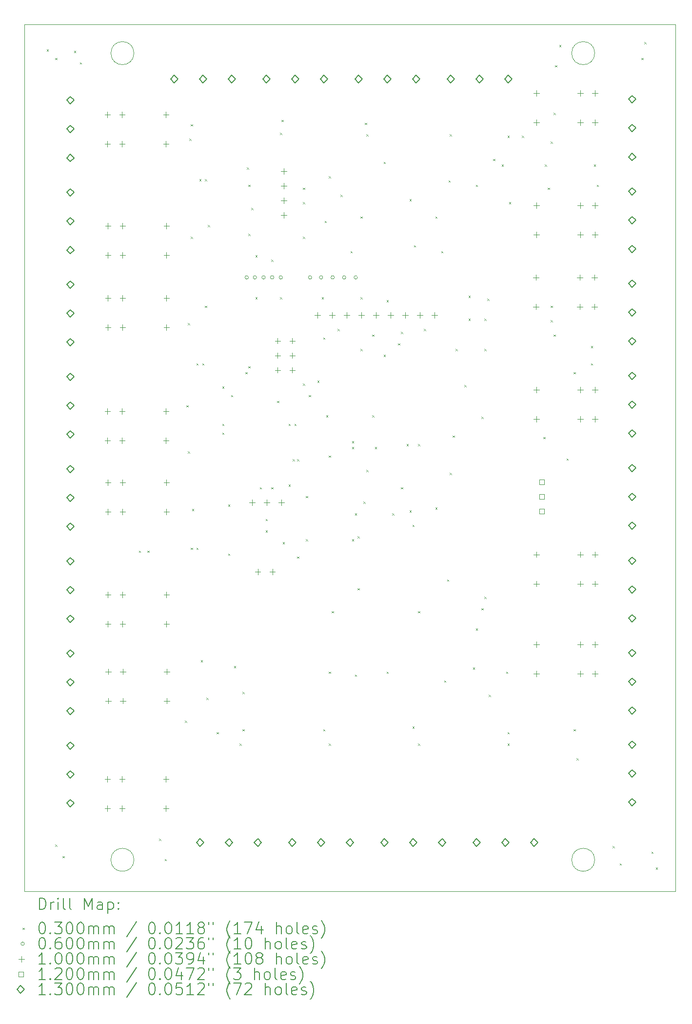
<source format=gbr>
%TF.GenerationSoftware,KiCad,Pcbnew,8.0.7-8.0.7-0~ubuntu22.04.1*%
%TF.CreationDate,2025-02-03T14:05:32-05:00*%
%TF.ProjectId,Keg Washer,4b656720-5761-4736-9865-722e6b696361,rev?*%
%TF.SameCoordinates,Original*%
%TF.FileFunction,Drillmap*%
%TF.FilePolarity,Positive*%
%FSLAX45Y45*%
G04 Gerber Fmt 4.5, Leading zero omitted, Abs format (unit mm)*
G04 Created by KiCad (PCBNEW 8.0.7-8.0.7-0~ubuntu22.04.1) date 2025-02-03 14:05:32*
%MOMM*%
%LPD*%
G01*
G04 APERTURE LIST*
%ADD10C,0.050000*%
%ADD11C,0.200000*%
%ADD12C,0.100000*%
%ADD13C,0.120000*%
%ADD14C,0.130000*%
G04 APERTURE END LIST*
D10*
X24650000Y-6500000D02*
G75*
G02*
X24250000Y-6500000I-200000J0D01*
G01*
X24250000Y-6500000D02*
G75*
G02*
X24650000Y-6500000I200000J0D01*
G01*
X16650000Y-6500000D02*
G75*
G02*
X16250000Y-6500000I-200000J0D01*
G01*
X16250000Y-6500000D02*
G75*
G02*
X16650000Y-6500000I200000J0D01*
G01*
X16650000Y-20500000D02*
G75*
G02*
X16250000Y-20500000I-200000J0D01*
G01*
X16250000Y-20500000D02*
G75*
G02*
X16650000Y-20500000I200000J0D01*
G01*
X24650000Y-20500000D02*
G75*
G02*
X24250000Y-20500000I-200000J0D01*
G01*
X24250000Y-20500000D02*
G75*
G02*
X24650000Y-20500000I200000J0D01*
G01*
X14750000Y-6000000D02*
X26050000Y-6000000D01*
X26050000Y-21050000D01*
X14750000Y-21050000D01*
X14750000Y-6000000D01*
D11*
D12*
X15135000Y-6435000D02*
X15165000Y-6465000D01*
X15165000Y-6435000D02*
X15135000Y-6465000D01*
X15285000Y-6585000D02*
X15315000Y-6615000D01*
X15315000Y-6585000D02*
X15285000Y-6615000D01*
X15285000Y-20235000D02*
X15315000Y-20265000D01*
X15315000Y-20235000D02*
X15285000Y-20265000D01*
X15410000Y-20435000D02*
X15440000Y-20465000D01*
X15440000Y-20435000D02*
X15410000Y-20465000D01*
X15610000Y-6460000D02*
X15640000Y-6490000D01*
X15640000Y-6460000D02*
X15610000Y-6490000D01*
X15710000Y-6660000D02*
X15740000Y-6690000D01*
X15740000Y-6660000D02*
X15710000Y-6690000D01*
X16735000Y-15135000D02*
X16765000Y-15165000D01*
X16765000Y-15135000D02*
X16735000Y-15165000D01*
X16885000Y-15135000D02*
X16915000Y-15165000D01*
X16915000Y-15135000D02*
X16885000Y-15165000D01*
X17085000Y-20135000D02*
X17115000Y-20165000D01*
X17115000Y-20135000D02*
X17085000Y-20165000D01*
X17185000Y-20485000D02*
X17215000Y-20515000D01*
X17215000Y-20485000D02*
X17185000Y-20515000D01*
X17535000Y-18085000D02*
X17565000Y-18115000D01*
X17565000Y-18085000D02*
X17535000Y-18115000D01*
X17560000Y-12610000D02*
X17590000Y-12640000D01*
X17590000Y-12610000D02*
X17560000Y-12640000D01*
X17585000Y-11185000D02*
X17615000Y-11215000D01*
X17615000Y-11185000D02*
X17585000Y-11215000D01*
X17585000Y-13410000D02*
X17615000Y-13440000D01*
X17615000Y-13410000D02*
X17585000Y-13440000D01*
X17610000Y-7985000D02*
X17640000Y-8015000D01*
X17640000Y-7985000D02*
X17610000Y-8015000D01*
X17635000Y-7735000D02*
X17665000Y-7765000D01*
X17665000Y-7735000D02*
X17635000Y-7765000D01*
X17635000Y-9685000D02*
X17665000Y-9715000D01*
X17665000Y-9685000D02*
X17635000Y-9715000D01*
X17635000Y-15085000D02*
X17665000Y-15115000D01*
X17665000Y-15085000D02*
X17635000Y-15115000D01*
X17660000Y-14410000D02*
X17690000Y-14440000D01*
X17690000Y-14410000D02*
X17660000Y-14440000D01*
X17735000Y-11885000D02*
X17765000Y-11915000D01*
X17765000Y-11885000D02*
X17735000Y-11915000D01*
X17735000Y-15085000D02*
X17765000Y-15115000D01*
X17765000Y-15085000D02*
X17735000Y-15115000D01*
X17785000Y-8685000D02*
X17815000Y-8715000D01*
X17815000Y-8685000D02*
X17785000Y-8715000D01*
X17810000Y-17035000D02*
X17840000Y-17065000D01*
X17840000Y-17035000D02*
X17810000Y-17065000D01*
X17835000Y-11885000D02*
X17865000Y-11915000D01*
X17865000Y-11885000D02*
X17835000Y-11915000D01*
X17885000Y-8685000D02*
X17915000Y-8715000D01*
X17915000Y-8685000D02*
X17885000Y-8715000D01*
X17885000Y-10885000D02*
X17915000Y-10915000D01*
X17915000Y-10885000D02*
X17885000Y-10915000D01*
X17910000Y-17685000D02*
X17940000Y-17715000D01*
X17940000Y-17685000D02*
X17910000Y-17715000D01*
X17935000Y-9485000D02*
X17965000Y-9515000D01*
X17965000Y-9485000D02*
X17935000Y-9515000D01*
X18085000Y-18285000D02*
X18115000Y-18315000D01*
X18115000Y-18285000D02*
X18085000Y-18315000D01*
X18185000Y-12285000D02*
X18215000Y-12315000D01*
X18215000Y-12285000D02*
X18185000Y-12315000D01*
X18185000Y-12935000D02*
X18215000Y-12965000D01*
X18215000Y-12935000D02*
X18185000Y-12965000D01*
X18185000Y-13085000D02*
X18215000Y-13115000D01*
X18215000Y-13085000D02*
X18185000Y-13115000D01*
X18285000Y-14335000D02*
X18315000Y-14365000D01*
X18315000Y-14335000D02*
X18285000Y-14365000D01*
X18285000Y-15185000D02*
X18315000Y-15215000D01*
X18315000Y-15185000D02*
X18285000Y-15215000D01*
X18335000Y-12435000D02*
X18365000Y-12465000D01*
X18365000Y-12435000D02*
X18335000Y-12465000D01*
X18385000Y-17135000D02*
X18415000Y-17165000D01*
X18415000Y-17135000D02*
X18385000Y-17165000D01*
X18485000Y-18485000D02*
X18515000Y-18515000D01*
X18515000Y-18485000D02*
X18485000Y-18515000D01*
X18535000Y-17585000D02*
X18565000Y-17615000D01*
X18565000Y-17585000D02*
X18535000Y-17615000D01*
X18535000Y-18235000D02*
X18565000Y-18265000D01*
X18565000Y-18235000D02*
X18535000Y-18265000D01*
X18585000Y-12035000D02*
X18615000Y-12065000D01*
X18615000Y-12035000D02*
X18585000Y-12065000D01*
X18610000Y-8485000D02*
X18640000Y-8515000D01*
X18640000Y-8485000D02*
X18610000Y-8515000D01*
X18635000Y-8785000D02*
X18665000Y-8815000D01*
X18665000Y-8785000D02*
X18635000Y-8815000D01*
X18635000Y-9635000D02*
X18665000Y-9665000D01*
X18665000Y-9635000D02*
X18635000Y-9665000D01*
X18635000Y-11935000D02*
X18665000Y-11965000D01*
X18665000Y-11935000D02*
X18635000Y-11965000D01*
X18685000Y-9185000D02*
X18715000Y-9215000D01*
X18715000Y-9185000D02*
X18685000Y-9215000D01*
X18760000Y-10010000D02*
X18790000Y-10040000D01*
X18790000Y-10010000D02*
X18760000Y-10040000D01*
X18760000Y-10735000D02*
X18790000Y-10765000D01*
X18790000Y-10735000D02*
X18760000Y-10765000D01*
X18835000Y-14035000D02*
X18865000Y-14065000D01*
X18865000Y-14035000D02*
X18835000Y-14065000D01*
X18935000Y-14585000D02*
X18965000Y-14615000D01*
X18965000Y-14585000D02*
X18935000Y-14615000D01*
X18935000Y-14785000D02*
X18965000Y-14815000D01*
X18965000Y-14785000D02*
X18935000Y-14815000D01*
X19035000Y-10085000D02*
X19065000Y-10115000D01*
X19065000Y-10085000D02*
X19035000Y-10115000D01*
X19035000Y-14035000D02*
X19065000Y-14065000D01*
X19065000Y-14035000D02*
X19035000Y-14065000D01*
X19135000Y-12535000D02*
X19165000Y-12565000D01*
X19165000Y-12535000D02*
X19135000Y-12565000D01*
X19185000Y-7885000D02*
X19215000Y-7915000D01*
X19215000Y-7885000D02*
X19185000Y-7915000D01*
X19185000Y-10735000D02*
X19215000Y-10765000D01*
X19215000Y-10735000D02*
X19185000Y-10765000D01*
X19210000Y-7660000D02*
X19240000Y-7690000D01*
X19240000Y-7660000D02*
X19210000Y-7690000D01*
X19235000Y-14985000D02*
X19265000Y-15015000D01*
X19265000Y-14985000D02*
X19235000Y-15015000D01*
X19335000Y-12935000D02*
X19365000Y-12965000D01*
X19365000Y-12935000D02*
X19335000Y-12965000D01*
X19335000Y-13985000D02*
X19365000Y-14015000D01*
X19365000Y-13985000D02*
X19335000Y-14015000D01*
X19405000Y-13545000D02*
X19435000Y-13575000D01*
X19435000Y-13545000D02*
X19405000Y-13575000D01*
X19435000Y-12935000D02*
X19465000Y-12965000D01*
X19465000Y-12935000D02*
X19435000Y-12965000D01*
X19485000Y-13545000D02*
X19515000Y-13575000D01*
X19515000Y-13545000D02*
X19485000Y-13575000D01*
X19485000Y-15235000D02*
X19515000Y-15265000D01*
X19515000Y-15235000D02*
X19485000Y-15265000D01*
X19585000Y-8835000D02*
X19615000Y-8865000D01*
X19615000Y-8835000D02*
X19585000Y-8865000D01*
X19585000Y-9085000D02*
X19615000Y-9115000D01*
X19615000Y-9085000D02*
X19585000Y-9115000D01*
X19585000Y-9685000D02*
X19615000Y-9715000D01*
X19615000Y-9685000D02*
X19585000Y-9715000D01*
X19585000Y-12235000D02*
X19615000Y-12265000D01*
X19615000Y-12235000D02*
X19585000Y-12265000D01*
X19635000Y-14185000D02*
X19665000Y-14215000D01*
X19665000Y-14185000D02*
X19635000Y-14215000D01*
X19635000Y-14935000D02*
X19665000Y-14965000D01*
X19665000Y-14935000D02*
X19635000Y-14965000D01*
X19685000Y-12435000D02*
X19715000Y-12465000D01*
X19715000Y-12435000D02*
X19685000Y-12465000D01*
X19835000Y-12185000D02*
X19865000Y-12215000D01*
X19865000Y-12185000D02*
X19835000Y-12215000D01*
X19910000Y-10735000D02*
X19940000Y-10765000D01*
X19940000Y-10735000D02*
X19910000Y-10765000D01*
X19935000Y-11435000D02*
X19965000Y-11465000D01*
X19965000Y-11435000D02*
X19935000Y-11465000D01*
X19935000Y-18235000D02*
X19965000Y-18265000D01*
X19965000Y-18235000D02*
X19935000Y-18265000D01*
X19960000Y-9410000D02*
X19990000Y-9440000D01*
X19990000Y-9410000D02*
X19960000Y-9440000D01*
X19985000Y-12785000D02*
X20015000Y-12815000D01*
X20015000Y-12785000D02*
X19985000Y-12815000D01*
X20035000Y-8635000D02*
X20065000Y-8665000D01*
X20065000Y-8635000D02*
X20035000Y-8665000D01*
X20035000Y-13485000D02*
X20065000Y-13515000D01*
X20065000Y-13485000D02*
X20035000Y-13515000D01*
X20035000Y-17235000D02*
X20065000Y-17265000D01*
X20065000Y-17235000D02*
X20035000Y-17265000D01*
X20035000Y-18485000D02*
X20065000Y-18515000D01*
X20065000Y-18485000D02*
X20035000Y-18515000D01*
X20085000Y-16185000D02*
X20115000Y-16215000D01*
X20115000Y-16185000D02*
X20085000Y-16215000D01*
X20185000Y-11285000D02*
X20215000Y-11315000D01*
X20215000Y-11285000D02*
X20185000Y-11315000D01*
X20235000Y-8960000D02*
X20265000Y-8990000D01*
X20265000Y-8960000D02*
X20235000Y-8990000D01*
X20410000Y-9935000D02*
X20440000Y-9965000D01*
X20440000Y-9935000D02*
X20410000Y-9965000D01*
X20435000Y-13235000D02*
X20465000Y-13265000D01*
X20465000Y-13235000D02*
X20435000Y-13265000D01*
X20435000Y-13335000D02*
X20465000Y-13365000D01*
X20465000Y-13335000D02*
X20435000Y-13365000D01*
X20435000Y-14935000D02*
X20465000Y-14965000D01*
X20465000Y-14935000D02*
X20435000Y-14965000D01*
X20485000Y-14485000D02*
X20515000Y-14515000D01*
X20515000Y-14485000D02*
X20485000Y-14515000D01*
X20485000Y-17285000D02*
X20515000Y-17315000D01*
X20515000Y-17285000D02*
X20485000Y-17315000D01*
X20535000Y-14885000D02*
X20565000Y-14915000D01*
X20565000Y-14885000D02*
X20535000Y-14915000D01*
X20535000Y-15785000D02*
X20565000Y-15815000D01*
X20565000Y-15785000D02*
X20535000Y-15815000D01*
X20585000Y-9335000D02*
X20615000Y-9365000D01*
X20615000Y-9335000D02*
X20585000Y-9365000D01*
X20585000Y-10735000D02*
X20615000Y-10765000D01*
X20615000Y-10735000D02*
X20585000Y-10765000D01*
X20585000Y-11635000D02*
X20615000Y-11665000D01*
X20615000Y-11635000D02*
X20585000Y-11665000D01*
X20635000Y-14285000D02*
X20665000Y-14315000D01*
X20665000Y-14285000D02*
X20635000Y-14315000D01*
X20660000Y-7710000D02*
X20690000Y-7740000D01*
X20690000Y-7710000D02*
X20660000Y-7740000D01*
X20685000Y-7910000D02*
X20715000Y-7940000D01*
X20715000Y-7910000D02*
X20685000Y-7940000D01*
X20685000Y-13735000D02*
X20715000Y-13765000D01*
X20715000Y-13735000D02*
X20685000Y-13765000D01*
X20785000Y-11385000D02*
X20815000Y-11415000D01*
X20815000Y-11385000D02*
X20785000Y-11415000D01*
X20785000Y-12785000D02*
X20815000Y-12815000D01*
X20815000Y-12785000D02*
X20785000Y-12815000D01*
X20835000Y-13335000D02*
X20865000Y-13365000D01*
X20865000Y-13335000D02*
X20835000Y-13365000D01*
X20985000Y-8385000D02*
X21015000Y-8415000D01*
X21015000Y-8385000D02*
X20985000Y-8415000D01*
X20985000Y-11735000D02*
X21015000Y-11765000D01*
X21015000Y-11735000D02*
X20985000Y-11765000D01*
X21035000Y-10785000D02*
X21065000Y-10815000D01*
X21065000Y-10785000D02*
X21035000Y-10815000D01*
X21035000Y-17235000D02*
X21065000Y-17265000D01*
X21065000Y-17235000D02*
X21035000Y-17265000D01*
X21135000Y-14485000D02*
X21165000Y-14515000D01*
X21165000Y-14485000D02*
X21135000Y-14515000D01*
X21235000Y-11535000D02*
X21265000Y-11565000D01*
X21265000Y-11535000D02*
X21235000Y-11565000D01*
X21285000Y-11335000D02*
X21315000Y-11365000D01*
X21315000Y-11335000D02*
X21285000Y-11365000D01*
X21285000Y-14035000D02*
X21315000Y-14065000D01*
X21315000Y-14035000D02*
X21285000Y-14065000D01*
X21385000Y-13285000D02*
X21415000Y-13315000D01*
X21415000Y-13285000D02*
X21385000Y-13315000D01*
X21435000Y-9035000D02*
X21465000Y-9065000D01*
X21465000Y-9035000D02*
X21435000Y-9065000D01*
X21435000Y-14435000D02*
X21465000Y-14465000D01*
X21465000Y-14435000D02*
X21435000Y-14465000D01*
X21485000Y-14685000D02*
X21515000Y-14715000D01*
X21515000Y-14685000D02*
X21485000Y-14715000D01*
X21485000Y-18185000D02*
X21515000Y-18215000D01*
X21515000Y-18185000D02*
X21485000Y-18215000D01*
X21510000Y-9835000D02*
X21540000Y-9865000D01*
X21540000Y-9835000D02*
X21510000Y-9865000D01*
X21585000Y-13285000D02*
X21615000Y-13315000D01*
X21615000Y-13285000D02*
X21585000Y-13315000D01*
X21585000Y-16185000D02*
X21615000Y-16215000D01*
X21615000Y-16185000D02*
X21585000Y-16215000D01*
X21585000Y-18485000D02*
X21615000Y-18515000D01*
X21615000Y-18485000D02*
X21585000Y-18515000D01*
X21685000Y-11285000D02*
X21715000Y-11315000D01*
X21715000Y-11285000D02*
X21685000Y-11315000D01*
X21885000Y-9335000D02*
X21915000Y-9365000D01*
X21915000Y-9335000D02*
X21885000Y-9365000D01*
X21885000Y-14385000D02*
X21915000Y-14415000D01*
X21915000Y-14385000D02*
X21885000Y-14415000D01*
X21985000Y-9935000D02*
X22015000Y-9965000D01*
X22015000Y-9935000D02*
X21985000Y-9965000D01*
X22035000Y-17385000D02*
X22065000Y-17415000D01*
X22065000Y-17385000D02*
X22035000Y-17415000D01*
X22085000Y-15635000D02*
X22115000Y-15665000D01*
X22115000Y-15635000D02*
X22085000Y-15665000D01*
X22110000Y-8710000D02*
X22140000Y-8740000D01*
X22140000Y-8710000D02*
X22110000Y-8740000D01*
X22135000Y-7910000D02*
X22165000Y-7940000D01*
X22165000Y-7910000D02*
X22135000Y-7940000D01*
X22135000Y-13785000D02*
X22165000Y-13815000D01*
X22165000Y-13785000D02*
X22135000Y-13815000D01*
X22185000Y-13135000D02*
X22215000Y-13165000D01*
X22215000Y-13135000D02*
X22185000Y-13165000D01*
X22235000Y-11635000D02*
X22265000Y-11665000D01*
X22265000Y-11635000D02*
X22235000Y-11665000D01*
X22385000Y-12260000D02*
X22415000Y-12290000D01*
X22415000Y-12260000D02*
X22385000Y-12290000D01*
X22460000Y-10710000D02*
X22490000Y-10740000D01*
X22490000Y-10710000D02*
X22460000Y-10740000D01*
X22460000Y-11110000D02*
X22490000Y-11140000D01*
X22490000Y-11110000D02*
X22460000Y-11140000D01*
X22535000Y-17160000D02*
X22565000Y-17190000D01*
X22565000Y-17160000D02*
X22535000Y-17190000D01*
X22585000Y-8785000D02*
X22615000Y-8815000D01*
X22615000Y-8785000D02*
X22585000Y-8815000D01*
X22585000Y-16485000D02*
X22615000Y-16515000D01*
X22615000Y-16485000D02*
X22585000Y-16515000D01*
X22685000Y-12810000D02*
X22715000Y-12840000D01*
X22715000Y-12810000D02*
X22685000Y-12840000D01*
X22685000Y-16135000D02*
X22715000Y-16165000D01*
X22715000Y-16135000D02*
X22685000Y-16165000D01*
X22735000Y-11110000D02*
X22765000Y-11140000D01*
X22765000Y-11110000D02*
X22735000Y-11140000D01*
X22735000Y-11635000D02*
X22765000Y-11665000D01*
X22765000Y-11635000D02*
X22735000Y-11665000D01*
X22735000Y-15935000D02*
X22765000Y-15965000D01*
X22765000Y-15935000D02*
X22735000Y-15965000D01*
X22785000Y-10760000D02*
X22815000Y-10790000D01*
X22815000Y-10760000D02*
X22785000Y-10790000D01*
X22810000Y-17635000D02*
X22840000Y-17665000D01*
X22840000Y-17635000D02*
X22810000Y-17665000D01*
X22885000Y-8335000D02*
X22915000Y-8365000D01*
X22915000Y-8335000D02*
X22885000Y-8365000D01*
X23035000Y-8435000D02*
X23065000Y-8465000D01*
X23065000Y-8435000D02*
X23035000Y-8465000D01*
X23110000Y-17235000D02*
X23140000Y-17265000D01*
X23140000Y-17235000D02*
X23110000Y-17265000D01*
X23135000Y-7935000D02*
X23165000Y-7965000D01*
X23165000Y-7935000D02*
X23135000Y-7965000D01*
X23135000Y-18285000D02*
X23165000Y-18315000D01*
X23165000Y-18285000D02*
X23135000Y-18315000D01*
X23135000Y-18485000D02*
X23165000Y-18515000D01*
X23165000Y-18485000D02*
X23135000Y-18515000D01*
X23160000Y-9085000D02*
X23190000Y-9115000D01*
X23190000Y-9085000D02*
X23160000Y-9115000D01*
X23385000Y-7935000D02*
X23415000Y-7965000D01*
X23415000Y-7935000D02*
X23385000Y-7965000D01*
X23760000Y-13160000D02*
X23790000Y-13190000D01*
X23790000Y-13160000D02*
X23760000Y-13190000D01*
X23785000Y-8435000D02*
X23815000Y-8465000D01*
X23815000Y-8435000D02*
X23785000Y-8465000D01*
X23835000Y-8835000D02*
X23865000Y-8865000D01*
X23865000Y-8835000D02*
X23835000Y-8865000D01*
X23885000Y-8035000D02*
X23915000Y-8065000D01*
X23915000Y-8035000D02*
X23885000Y-8065000D01*
X23885000Y-10885000D02*
X23915000Y-10915000D01*
X23915000Y-10885000D02*
X23885000Y-10915000D01*
X23885000Y-11135000D02*
X23915000Y-11165000D01*
X23915000Y-11135000D02*
X23885000Y-11165000D01*
X23935000Y-7535000D02*
X23965000Y-7565000D01*
X23965000Y-7535000D02*
X23935000Y-7565000D01*
X23935000Y-11385000D02*
X23965000Y-11415000D01*
X23965000Y-11385000D02*
X23935000Y-11415000D01*
X23960000Y-6710000D02*
X23990000Y-6740000D01*
X23990000Y-6710000D02*
X23960000Y-6740000D01*
X24035000Y-6360000D02*
X24065000Y-6390000D01*
X24065000Y-6360000D02*
X24035000Y-6390000D01*
X24160000Y-13535000D02*
X24190000Y-13565000D01*
X24190000Y-13535000D02*
X24160000Y-13565000D01*
X24285000Y-12035000D02*
X24315000Y-12065000D01*
X24315000Y-12035000D02*
X24285000Y-12065000D01*
X24285000Y-18235000D02*
X24315000Y-18265000D01*
X24315000Y-18235000D02*
X24285000Y-18265000D01*
X24335000Y-18735000D02*
X24365000Y-18765000D01*
X24365000Y-18735000D02*
X24335000Y-18765000D01*
X24585000Y-11585000D02*
X24615000Y-11615000D01*
X24615000Y-11585000D02*
X24585000Y-11615000D01*
X24585000Y-11885000D02*
X24615000Y-11915000D01*
X24615000Y-11885000D02*
X24585000Y-11915000D01*
X24635000Y-8435000D02*
X24665000Y-8465000D01*
X24665000Y-8435000D02*
X24635000Y-8465000D01*
X24685000Y-8785000D02*
X24715000Y-8815000D01*
X24715000Y-8785000D02*
X24685000Y-8815000D01*
X24960000Y-20260000D02*
X24990000Y-20290000D01*
X24990000Y-20260000D02*
X24960000Y-20290000D01*
X25085000Y-20560000D02*
X25115000Y-20590000D01*
X25115000Y-20560000D02*
X25085000Y-20590000D01*
X25460000Y-6585000D02*
X25490000Y-6615000D01*
X25490000Y-6585000D02*
X25460000Y-6615000D01*
X25510000Y-6310000D02*
X25540000Y-6340000D01*
X25540000Y-6310000D02*
X25510000Y-6340000D01*
X25635000Y-20360000D02*
X25665000Y-20390000D01*
X25665000Y-20360000D02*
X25635000Y-20390000D01*
X25710000Y-20635000D02*
X25740000Y-20665000D01*
X25740000Y-20635000D02*
X25710000Y-20665000D01*
X18638000Y-10392000D02*
G75*
G02*
X18578000Y-10392000I-30000J0D01*
G01*
X18578000Y-10392000D02*
G75*
G02*
X18638000Y-10392000I30000J0D01*
G01*
X18780000Y-10392000D02*
G75*
G02*
X18720000Y-10392000I-30000J0D01*
G01*
X18720000Y-10392000D02*
G75*
G02*
X18780000Y-10392000I30000J0D01*
G01*
X18930000Y-10392000D02*
G75*
G02*
X18870000Y-10392000I-30000J0D01*
G01*
X18870000Y-10392000D02*
G75*
G02*
X18930000Y-10392000I30000J0D01*
G01*
X19080000Y-10392000D02*
G75*
G02*
X19020000Y-10392000I-30000J0D01*
G01*
X19020000Y-10392000D02*
G75*
G02*
X19080000Y-10392000I30000J0D01*
G01*
X19230000Y-10392000D02*
G75*
G02*
X19170000Y-10392000I-30000J0D01*
G01*
X19170000Y-10392000D02*
G75*
G02*
X19230000Y-10392000I30000J0D01*
G01*
X19738000Y-10392000D02*
G75*
G02*
X19678000Y-10392000I-30000J0D01*
G01*
X19678000Y-10392000D02*
G75*
G02*
X19738000Y-10392000I30000J0D01*
G01*
X19930000Y-10392000D02*
G75*
G02*
X19870000Y-10392000I-30000J0D01*
G01*
X19870000Y-10392000D02*
G75*
G02*
X19930000Y-10392000I30000J0D01*
G01*
X20130000Y-10392000D02*
G75*
G02*
X20070000Y-10392000I-30000J0D01*
G01*
X20070000Y-10392000D02*
G75*
G02*
X20130000Y-10392000I30000J0D01*
G01*
X20330000Y-10392000D02*
G75*
G02*
X20270000Y-10392000I-30000J0D01*
G01*
X20270000Y-10392000D02*
G75*
G02*
X20330000Y-10392000I30000J0D01*
G01*
X20530000Y-10392000D02*
G75*
G02*
X20470000Y-10392000I-30000J0D01*
G01*
X20470000Y-10392000D02*
G75*
G02*
X20530000Y-10392000I30000J0D01*
G01*
X16191750Y-7517250D02*
X16191750Y-7617250D01*
X16141750Y-7567250D02*
X16241750Y-7567250D01*
X16191750Y-8025250D02*
X16191750Y-8125250D01*
X16141750Y-8075250D02*
X16241750Y-8075250D01*
X16191750Y-12667250D02*
X16191750Y-12767250D01*
X16141750Y-12717250D02*
X16241750Y-12717250D01*
X16191750Y-13175250D02*
X16191750Y-13275250D01*
X16141750Y-13225250D02*
X16241750Y-13225250D01*
X16191750Y-19050000D02*
X16191750Y-19150000D01*
X16141750Y-19100000D02*
X16241750Y-19100000D01*
X16191750Y-19558000D02*
X16191750Y-19658000D01*
X16141750Y-19608000D02*
X16241750Y-19608000D01*
X16200000Y-9450000D02*
X16200000Y-9550000D01*
X16150000Y-9500000D02*
X16250000Y-9500000D01*
X16200000Y-9958000D02*
X16200000Y-10058000D01*
X16150000Y-10008000D02*
X16250000Y-10008000D01*
X16200000Y-10700000D02*
X16200000Y-10800000D01*
X16150000Y-10750000D02*
X16250000Y-10750000D01*
X16200000Y-11208000D02*
X16200000Y-11308000D01*
X16150000Y-11258000D02*
X16250000Y-11258000D01*
X16200000Y-13900000D02*
X16200000Y-14000000D01*
X16150000Y-13950000D02*
X16250000Y-13950000D01*
X16200000Y-14408000D02*
X16200000Y-14508000D01*
X16150000Y-14458000D02*
X16250000Y-14458000D01*
X16200000Y-15850000D02*
X16200000Y-15950000D01*
X16150000Y-15900000D02*
X16250000Y-15900000D01*
X16200000Y-16358000D02*
X16200000Y-16458000D01*
X16150000Y-16408000D02*
X16250000Y-16408000D01*
X16204250Y-17182750D02*
X16204250Y-17282750D01*
X16154250Y-17232750D02*
X16254250Y-17232750D01*
X16204250Y-17690750D02*
X16204250Y-17790750D01*
X16154250Y-17740750D02*
X16254250Y-17740750D01*
X16445750Y-7517250D02*
X16445750Y-7617250D01*
X16395750Y-7567250D02*
X16495750Y-7567250D01*
X16445750Y-8025250D02*
X16445750Y-8125250D01*
X16395750Y-8075250D02*
X16495750Y-8075250D01*
X16445750Y-12667250D02*
X16445750Y-12767250D01*
X16395750Y-12717250D02*
X16495750Y-12717250D01*
X16445750Y-13175250D02*
X16445750Y-13275250D01*
X16395750Y-13225250D02*
X16495750Y-13225250D01*
X16445750Y-19050000D02*
X16445750Y-19150000D01*
X16395750Y-19100000D02*
X16495750Y-19100000D01*
X16445750Y-19558000D02*
X16445750Y-19658000D01*
X16395750Y-19608000D02*
X16495750Y-19608000D01*
X16454000Y-9450000D02*
X16454000Y-9550000D01*
X16404000Y-9500000D02*
X16504000Y-9500000D01*
X16454000Y-9958000D02*
X16454000Y-10058000D01*
X16404000Y-10008000D02*
X16504000Y-10008000D01*
X16454000Y-10700000D02*
X16454000Y-10800000D01*
X16404000Y-10750000D02*
X16504000Y-10750000D01*
X16454000Y-11208000D02*
X16454000Y-11308000D01*
X16404000Y-11258000D02*
X16504000Y-11258000D01*
X16454000Y-13900000D02*
X16454000Y-14000000D01*
X16404000Y-13950000D02*
X16504000Y-13950000D01*
X16454000Y-14408000D02*
X16454000Y-14508000D01*
X16404000Y-14458000D02*
X16504000Y-14458000D01*
X16454000Y-15850000D02*
X16454000Y-15950000D01*
X16404000Y-15900000D02*
X16504000Y-15900000D01*
X16454000Y-16358000D02*
X16454000Y-16458000D01*
X16404000Y-16408000D02*
X16504000Y-16408000D01*
X16458250Y-17182750D02*
X16458250Y-17282750D01*
X16408250Y-17232750D02*
X16508250Y-17232750D01*
X16458250Y-17690750D02*
X16458250Y-17790750D01*
X16408250Y-17740750D02*
X16508250Y-17740750D01*
X17207750Y-7517250D02*
X17207750Y-7617250D01*
X17157750Y-7567250D02*
X17257750Y-7567250D01*
X17207750Y-8025250D02*
X17207750Y-8125250D01*
X17157750Y-8075250D02*
X17257750Y-8075250D01*
X17207750Y-12667250D02*
X17207750Y-12767250D01*
X17157750Y-12717250D02*
X17257750Y-12717250D01*
X17207750Y-13175250D02*
X17207750Y-13275250D01*
X17157750Y-13225250D02*
X17257750Y-13225250D01*
X17207750Y-19050000D02*
X17207750Y-19150000D01*
X17157750Y-19100000D02*
X17257750Y-19100000D01*
X17207750Y-19558000D02*
X17207750Y-19658000D01*
X17157750Y-19608000D02*
X17257750Y-19608000D01*
X17216000Y-9450000D02*
X17216000Y-9550000D01*
X17166000Y-9500000D02*
X17266000Y-9500000D01*
X17216000Y-9958000D02*
X17216000Y-10058000D01*
X17166000Y-10008000D02*
X17266000Y-10008000D01*
X17216000Y-10700000D02*
X17216000Y-10800000D01*
X17166000Y-10750000D02*
X17266000Y-10750000D01*
X17216000Y-11208000D02*
X17216000Y-11308000D01*
X17166000Y-11258000D02*
X17266000Y-11258000D01*
X17216000Y-13900000D02*
X17216000Y-14000000D01*
X17166000Y-13950000D02*
X17266000Y-13950000D01*
X17216000Y-14408000D02*
X17216000Y-14508000D01*
X17166000Y-14458000D02*
X17266000Y-14458000D01*
X17216000Y-15850000D02*
X17216000Y-15950000D01*
X17166000Y-15900000D02*
X17266000Y-15900000D01*
X17216000Y-16358000D02*
X17216000Y-16458000D01*
X17166000Y-16408000D02*
X17266000Y-16408000D01*
X17220250Y-17182750D02*
X17220250Y-17282750D01*
X17170250Y-17232750D02*
X17270250Y-17232750D01*
X17220250Y-17690750D02*
X17220250Y-17790750D01*
X17170250Y-17740750D02*
X17270250Y-17740750D01*
X18700000Y-14250000D02*
X18700000Y-14350000D01*
X18650000Y-14300000D02*
X18750000Y-14300000D01*
X18800000Y-15450000D02*
X18800000Y-15550000D01*
X18750000Y-15500000D02*
X18850000Y-15500000D01*
X18954000Y-14250000D02*
X18954000Y-14350000D01*
X18904000Y-14300000D02*
X19004000Y-14300000D01*
X19054000Y-15450000D02*
X19054000Y-15550000D01*
X19004000Y-15500000D02*
X19104000Y-15500000D01*
X19146000Y-11442000D02*
X19146000Y-11542000D01*
X19096000Y-11492000D02*
X19196000Y-11492000D01*
X19146000Y-11696000D02*
X19146000Y-11796000D01*
X19096000Y-11746000D02*
X19196000Y-11746000D01*
X19146000Y-11950000D02*
X19146000Y-12050000D01*
X19096000Y-12000000D02*
X19196000Y-12000000D01*
X19208000Y-14250000D02*
X19208000Y-14350000D01*
X19158000Y-14300000D02*
X19258000Y-14300000D01*
X19250000Y-8500000D02*
X19250000Y-8600000D01*
X19200000Y-8550000D02*
X19300000Y-8550000D01*
X19250000Y-8754000D02*
X19250000Y-8854000D01*
X19200000Y-8804000D02*
X19300000Y-8804000D01*
X19250000Y-9008000D02*
X19250000Y-9108000D01*
X19200000Y-9058000D02*
X19300000Y-9058000D01*
X19250000Y-9262000D02*
X19250000Y-9362000D01*
X19200000Y-9312000D02*
X19300000Y-9312000D01*
X19400000Y-11442000D02*
X19400000Y-11542000D01*
X19350000Y-11492000D02*
X19450000Y-11492000D01*
X19400000Y-11696000D02*
X19400000Y-11796000D01*
X19350000Y-11746000D02*
X19450000Y-11746000D01*
X19400000Y-11950000D02*
X19400000Y-12050000D01*
X19350000Y-12000000D02*
X19450000Y-12000000D01*
X19838000Y-11000000D02*
X19838000Y-11100000D01*
X19788000Y-11050000D02*
X19888000Y-11050000D01*
X20092000Y-11000000D02*
X20092000Y-11100000D01*
X20042000Y-11050000D02*
X20142000Y-11050000D01*
X20346000Y-11000000D02*
X20346000Y-11100000D01*
X20296000Y-11050000D02*
X20396000Y-11050000D01*
X20600000Y-11000000D02*
X20600000Y-11100000D01*
X20550000Y-11050000D02*
X20650000Y-11050000D01*
X20854000Y-11000000D02*
X20854000Y-11100000D01*
X20804000Y-11050000D02*
X20904000Y-11050000D01*
X21108000Y-11000000D02*
X21108000Y-11100000D01*
X21058000Y-11050000D02*
X21158000Y-11050000D01*
X21362000Y-11000000D02*
X21362000Y-11100000D01*
X21312000Y-11050000D02*
X21412000Y-11050000D01*
X21616000Y-11000000D02*
X21616000Y-11100000D01*
X21566000Y-11050000D02*
X21666000Y-11050000D01*
X21870000Y-11000000D02*
X21870000Y-11100000D01*
X21820000Y-11050000D02*
X21920000Y-11050000D01*
X23629750Y-10342000D02*
X23629750Y-10442000D01*
X23579750Y-10392000D02*
X23679750Y-10392000D01*
X23629750Y-10850000D02*
X23629750Y-10950000D01*
X23579750Y-10900000D02*
X23679750Y-10900000D01*
X23638000Y-7142000D02*
X23638000Y-7242000D01*
X23588000Y-7192000D02*
X23688000Y-7192000D01*
X23638000Y-7650000D02*
X23638000Y-7750000D01*
X23588000Y-7700000D02*
X23688000Y-7700000D01*
X23638000Y-9092000D02*
X23638000Y-9192000D01*
X23588000Y-9142000D02*
X23688000Y-9142000D01*
X23638000Y-9600000D02*
X23638000Y-9700000D01*
X23588000Y-9650000D02*
X23688000Y-9650000D01*
X23638000Y-12292000D02*
X23638000Y-12392000D01*
X23588000Y-12342000D02*
X23688000Y-12342000D01*
X23638000Y-12800000D02*
X23638000Y-12900000D01*
X23588000Y-12850000D02*
X23688000Y-12850000D01*
X23638000Y-15150750D02*
X23638000Y-15250750D01*
X23588000Y-15200750D02*
X23688000Y-15200750D01*
X23638000Y-15658750D02*
X23638000Y-15758750D01*
X23588000Y-15708750D02*
X23688000Y-15708750D01*
X23638000Y-16709250D02*
X23638000Y-16809250D01*
X23588000Y-16759250D02*
X23688000Y-16759250D01*
X23638000Y-17217250D02*
X23638000Y-17317250D01*
X23588000Y-17267250D02*
X23688000Y-17267250D01*
X24391750Y-10342000D02*
X24391750Y-10442000D01*
X24341750Y-10392000D02*
X24441750Y-10392000D01*
X24391750Y-10850000D02*
X24391750Y-10950000D01*
X24341750Y-10900000D02*
X24441750Y-10900000D01*
X24400000Y-7142000D02*
X24400000Y-7242000D01*
X24350000Y-7192000D02*
X24450000Y-7192000D01*
X24400000Y-7650000D02*
X24400000Y-7750000D01*
X24350000Y-7700000D02*
X24450000Y-7700000D01*
X24400000Y-9092000D02*
X24400000Y-9192000D01*
X24350000Y-9142000D02*
X24450000Y-9142000D01*
X24400000Y-9600000D02*
X24400000Y-9700000D01*
X24350000Y-9650000D02*
X24450000Y-9650000D01*
X24400000Y-12292000D02*
X24400000Y-12392000D01*
X24350000Y-12342000D02*
X24450000Y-12342000D01*
X24400000Y-12800000D02*
X24400000Y-12900000D01*
X24350000Y-12850000D02*
X24450000Y-12850000D01*
X24400000Y-15150750D02*
X24400000Y-15250750D01*
X24350000Y-15200750D02*
X24450000Y-15200750D01*
X24400000Y-15658750D02*
X24400000Y-15758750D01*
X24350000Y-15708750D02*
X24450000Y-15708750D01*
X24400000Y-16709250D02*
X24400000Y-16809250D01*
X24350000Y-16759250D02*
X24450000Y-16759250D01*
X24400000Y-17217250D02*
X24400000Y-17317250D01*
X24350000Y-17267250D02*
X24450000Y-17267250D01*
X24645750Y-10342000D02*
X24645750Y-10442000D01*
X24595750Y-10392000D02*
X24695750Y-10392000D01*
X24645750Y-10850000D02*
X24645750Y-10950000D01*
X24595750Y-10900000D02*
X24695750Y-10900000D01*
X24654000Y-7142000D02*
X24654000Y-7242000D01*
X24604000Y-7192000D02*
X24704000Y-7192000D01*
X24654000Y-7650000D02*
X24654000Y-7750000D01*
X24604000Y-7700000D02*
X24704000Y-7700000D01*
X24654000Y-9092000D02*
X24654000Y-9192000D01*
X24604000Y-9142000D02*
X24704000Y-9142000D01*
X24654000Y-9600000D02*
X24654000Y-9700000D01*
X24604000Y-9650000D02*
X24704000Y-9650000D01*
X24654000Y-12292000D02*
X24654000Y-12392000D01*
X24604000Y-12342000D02*
X24704000Y-12342000D01*
X24654000Y-12800000D02*
X24654000Y-12900000D01*
X24604000Y-12850000D02*
X24704000Y-12850000D01*
X24654000Y-15150750D02*
X24654000Y-15250750D01*
X24604000Y-15200750D02*
X24704000Y-15200750D01*
X24654000Y-15658750D02*
X24654000Y-15758750D01*
X24604000Y-15708750D02*
X24704000Y-15708750D01*
X24654000Y-16709250D02*
X24654000Y-16809250D01*
X24604000Y-16759250D02*
X24704000Y-16759250D01*
X24654000Y-17217250D02*
X24654000Y-17317250D01*
X24604000Y-17267250D02*
X24704000Y-17267250D01*
D13*
X23772927Y-13988427D02*
X23772927Y-13903573D01*
X23688073Y-13903573D01*
X23688073Y-13988427D01*
X23772927Y-13988427D01*
X23772927Y-14242427D02*
X23772927Y-14157573D01*
X23688073Y-14157573D01*
X23688073Y-14242427D01*
X23772927Y-14242427D01*
X23772927Y-14496427D02*
X23772927Y-14411573D01*
X23688073Y-14411573D01*
X23688073Y-14496427D01*
X23772927Y-14496427D01*
D14*
X15545750Y-7382250D02*
X15610750Y-7317250D01*
X15545750Y-7252250D01*
X15480750Y-7317250D01*
X15545750Y-7382250D01*
X15545750Y-7882250D02*
X15610750Y-7817250D01*
X15545750Y-7752250D01*
X15480750Y-7817250D01*
X15545750Y-7882250D01*
X15545750Y-8382250D02*
X15610750Y-8317250D01*
X15545750Y-8252250D01*
X15480750Y-8317250D01*
X15545750Y-8382250D01*
X15545750Y-8982250D02*
X15610750Y-8917250D01*
X15545750Y-8852250D01*
X15480750Y-8917250D01*
X15545750Y-8982250D01*
X15545750Y-9482250D02*
X15610750Y-9417250D01*
X15545750Y-9352250D01*
X15480750Y-9417250D01*
X15545750Y-9482250D01*
X15545750Y-9982250D02*
X15610750Y-9917250D01*
X15545750Y-9852250D01*
X15480750Y-9917250D01*
X15545750Y-9982250D01*
X15545750Y-10582250D02*
X15610750Y-10517250D01*
X15545750Y-10452250D01*
X15480750Y-10517250D01*
X15545750Y-10582250D01*
X15545750Y-11082250D02*
X15610750Y-11017250D01*
X15545750Y-10952250D01*
X15480750Y-11017250D01*
X15545750Y-11082250D01*
X15545750Y-11582250D02*
X15610750Y-11517250D01*
X15545750Y-11452250D01*
X15480750Y-11517250D01*
X15545750Y-11582250D01*
X15545750Y-12182250D02*
X15610750Y-12117250D01*
X15545750Y-12052250D01*
X15480750Y-12117250D01*
X15545750Y-12182250D01*
X15545750Y-12682250D02*
X15610750Y-12617250D01*
X15545750Y-12552250D01*
X15480750Y-12617250D01*
X15545750Y-12682250D01*
X15545750Y-13182250D02*
X15610750Y-13117250D01*
X15545750Y-13052250D01*
X15480750Y-13117250D01*
X15545750Y-13182250D01*
X15545750Y-13782250D02*
X15610750Y-13717250D01*
X15545750Y-13652250D01*
X15480750Y-13717250D01*
X15545750Y-13782250D01*
X15545750Y-14282250D02*
X15610750Y-14217250D01*
X15545750Y-14152250D01*
X15480750Y-14217250D01*
X15545750Y-14282250D01*
X15545750Y-14782250D02*
X15610750Y-14717250D01*
X15545750Y-14652250D01*
X15480750Y-14717250D01*
X15545750Y-14782250D01*
X15545750Y-15382250D02*
X15610750Y-15317250D01*
X15545750Y-15252250D01*
X15480750Y-15317250D01*
X15545750Y-15382250D01*
X15545750Y-15882250D02*
X15610750Y-15817250D01*
X15545750Y-15752250D01*
X15480750Y-15817250D01*
X15545750Y-15882250D01*
X15545750Y-16382250D02*
X15610750Y-16317250D01*
X15545750Y-16252250D01*
X15480750Y-16317250D01*
X15545750Y-16382250D01*
X15545750Y-16982250D02*
X15610750Y-16917250D01*
X15545750Y-16852250D01*
X15480750Y-16917250D01*
X15545750Y-16982250D01*
X15545750Y-17482250D02*
X15610750Y-17417250D01*
X15545750Y-17352250D01*
X15480750Y-17417250D01*
X15545750Y-17482250D01*
X15545750Y-17982250D02*
X15610750Y-17917250D01*
X15545750Y-17852250D01*
X15480750Y-17917250D01*
X15545750Y-17982250D01*
X15545750Y-18582250D02*
X15610750Y-18517250D01*
X15545750Y-18452250D01*
X15480750Y-18517250D01*
X15545750Y-18582250D01*
X15545750Y-19082250D02*
X15610750Y-19017250D01*
X15545750Y-18952250D01*
X15480750Y-19017250D01*
X15545750Y-19082250D01*
X15545750Y-19582250D02*
X15610750Y-19517250D01*
X15545750Y-19452250D01*
X15480750Y-19517250D01*
X15545750Y-19582250D01*
X17350000Y-7015000D02*
X17415000Y-6950000D01*
X17350000Y-6885000D01*
X17285000Y-6950000D01*
X17350000Y-7015000D01*
X17800000Y-20265000D02*
X17865000Y-20200000D01*
X17800000Y-20135000D01*
X17735000Y-20200000D01*
X17800000Y-20265000D01*
X17850000Y-7015000D02*
X17915000Y-6950000D01*
X17850000Y-6885000D01*
X17785000Y-6950000D01*
X17850000Y-7015000D01*
X18300000Y-20265000D02*
X18365000Y-20200000D01*
X18300000Y-20135000D01*
X18235000Y-20200000D01*
X18300000Y-20265000D01*
X18350000Y-7015000D02*
X18415000Y-6950000D01*
X18350000Y-6885000D01*
X18285000Y-6950000D01*
X18350000Y-7015000D01*
X18800000Y-20265000D02*
X18865000Y-20200000D01*
X18800000Y-20135000D01*
X18735000Y-20200000D01*
X18800000Y-20265000D01*
X18950000Y-7015000D02*
X19015000Y-6950000D01*
X18950000Y-6885000D01*
X18885000Y-6950000D01*
X18950000Y-7015000D01*
X19400000Y-20265000D02*
X19465000Y-20200000D01*
X19400000Y-20135000D01*
X19335000Y-20200000D01*
X19400000Y-20265000D01*
X19450000Y-7015000D02*
X19515000Y-6950000D01*
X19450000Y-6885000D01*
X19385000Y-6950000D01*
X19450000Y-7015000D01*
X19900000Y-20265000D02*
X19965000Y-20200000D01*
X19900000Y-20135000D01*
X19835000Y-20200000D01*
X19900000Y-20265000D01*
X19950000Y-7015000D02*
X20015000Y-6950000D01*
X19950000Y-6885000D01*
X19885000Y-6950000D01*
X19950000Y-7015000D01*
X20400000Y-20265000D02*
X20465000Y-20200000D01*
X20400000Y-20135000D01*
X20335000Y-20200000D01*
X20400000Y-20265000D01*
X20550000Y-7015000D02*
X20615000Y-6950000D01*
X20550000Y-6885000D01*
X20485000Y-6950000D01*
X20550000Y-7015000D01*
X21000000Y-20265000D02*
X21065000Y-20200000D01*
X21000000Y-20135000D01*
X20935000Y-20200000D01*
X21000000Y-20265000D01*
X21050000Y-7015000D02*
X21115000Y-6950000D01*
X21050000Y-6885000D01*
X20985000Y-6950000D01*
X21050000Y-7015000D01*
X21500000Y-20265000D02*
X21565000Y-20200000D01*
X21500000Y-20135000D01*
X21435000Y-20200000D01*
X21500000Y-20265000D01*
X21550000Y-7015000D02*
X21615000Y-6950000D01*
X21550000Y-6885000D01*
X21485000Y-6950000D01*
X21550000Y-7015000D01*
X22000000Y-20265000D02*
X22065000Y-20200000D01*
X22000000Y-20135000D01*
X21935000Y-20200000D01*
X22000000Y-20265000D01*
X22150000Y-7015000D02*
X22215000Y-6950000D01*
X22150000Y-6885000D01*
X22085000Y-6950000D01*
X22150000Y-7015000D01*
X22600000Y-20265000D02*
X22665000Y-20200000D01*
X22600000Y-20135000D01*
X22535000Y-20200000D01*
X22600000Y-20265000D01*
X22650000Y-7015000D02*
X22715000Y-6950000D01*
X22650000Y-6885000D01*
X22585000Y-6950000D01*
X22650000Y-7015000D01*
X23100000Y-20265000D02*
X23165000Y-20200000D01*
X23100000Y-20135000D01*
X23035000Y-20200000D01*
X23100000Y-20265000D01*
X23150000Y-7015000D02*
X23215000Y-6950000D01*
X23150000Y-6885000D01*
X23085000Y-6950000D01*
X23150000Y-7015000D01*
X23600000Y-20265000D02*
X23665000Y-20200000D01*
X23600000Y-20135000D01*
X23535000Y-20200000D01*
X23600000Y-20265000D01*
X25300000Y-7365000D02*
X25365000Y-7300000D01*
X25300000Y-7235000D01*
X25235000Y-7300000D01*
X25300000Y-7365000D01*
X25300000Y-7865000D02*
X25365000Y-7800000D01*
X25300000Y-7735000D01*
X25235000Y-7800000D01*
X25300000Y-7865000D01*
X25300000Y-8365000D02*
X25365000Y-8300000D01*
X25300000Y-8235000D01*
X25235000Y-8300000D01*
X25300000Y-8365000D01*
X25300000Y-8965000D02*
X25365000Y-8900000D01*
X25300000Y-8835000D01*
X25235000Y-8900000D01*
X25300000Y-8965000D01*
X25300000Y-9465000D02*
X25365000Y-9400000D01*
X25300000Y-9335000D01*
X25235000Y-9400000D01*
X25300000Y-9465000D01*
X25300000Y-9965000D02*
X25365000Y-9900000D01*
X25300000Y-9835000D01*
X25235000Y-9900000D01*
X25300000Y-9965000D01*
X25300000Y-10565000D02*
X25365000Y-10500000D01*
X25300000Y-10435000D01*
X25235000Y-10500000D01*
X25300000Y-10565000D01*
X25300000Y-11065000D02*
X25365000Y-11000000D01*
X25300000Y-10935000D01*
X25235000Y-11000000D01*
X25300000Y-11065000D01*
X25300000Y-11565000D02*
X25365000Y-11500000D01*
X25300000Y-11435000D01*
X25235000Y-11500000D01*
X25300000Y-11565000D01*
X25300000Y-12165000D02*
X25365000Y-12100000D01*
X25300000Y-12035000D01*
X25235000Y-12100000D01*
X25300000Y-12165000D01*
X25300000Y-12665000D02*
X25365000Y-12600000D01*
X25300000Y-12535000D01*
X25235000Y-12600000D01*
X25300000Y-12665000D01*
X25300000Y-13165000D02*
X25365000Y-13100000D01*
X25300000Y-13035000D01*
X25235000Y-13100000D01*
X25300000Y-13165000D01*
X25300000Y-13765000D02*
X25365000Y-13700000D01*
X25300000Y-13635000D01*
X25235000Y-13700000D01*
X25300000Y-13765000D01*
X25300000Y-14265000D02*
X25365000Y-14200000D01*
X25300000Y-14135000D01*
X25235000Y-14200000D01*
X25300000Y-14265000D01*
X25300000Y-14765000D02*
X25365000Y-14700000D01*
X25300000Y-14635000D01*
X25235000Y-14700000D01*
X25300000Y-14765000D01*
X25300000Y-15373750D02*
X25365000Y-15308750D01*
X25300000Y-15243750D01*
X25235000Y-15308750D01*
X25300000Y-15373750D01*
X25300000Y-15873750D02*
X25365000Y-15808750D01*
X25300000Y-15743750D01*
X25235000Y-15808750D01*
X25300000Y-15873750D01*
X25300000Y-16373750D02*
X25365000Y-16308750D01*
X25300000Y-16243750D01*
X25235000Y-16308750D01*
X25300000Y-16373750D01*
X25300000Y-16973750D02*
X25365000Y-16908750D01*
X25300000Y-16843750D01*
X25235000Y-16908750D01*
X25300000Y-16973750D01*
X25300000Y-17473750D02*
X25365000Y-17408750D01*
X25300000Y-17343750D01*
X25235000Y-17408750D01*
X25300000Y-17473750D01*
X25300000Y-17973750D02*
X25365000Y-17908750D01*
X25300000Y-17843750D01*
X25235000Y-17908750D01*
X25300000Y-17973750D01*
X25300000Y-18565000D02*
X25365000Y-18500000D01*
X25300000Y-18435000D01*
X25235000Y-18500000D01*
X25300000Y-18565000D01*
X25300000Y-19065000D02*
X25365000Y-19000000D01*
X25300000Y-18935000D01*
X25235000Y-19000000D01*
X25300000Y-19065000D01*
X25300000Y-19565000D02*
X25365000Y-19500000D01*
X25300000Y-19435000D01*
X25235000Y-19500000D01*
X25300000Y-19565000D01*
D11*
X15008277Y-21363984D02*
X15008277Y-21163984D01*
X15008277Y-21163984D02*
X15055896Y-21163984D01*
X15055896Y-21163984D02*
X15084467Y-21173508D01*
X15084467Y-21173508D02*
X15103515Y-21192555D01*
X15103515Y-21192555D02*
X15113039Y-21211603D01*
X15113039Y-21211603D02*
X15122562Y-21249698D01*
X15122562Y-21249698D02*
X15122562Y-21278270D01*
X15122562Y-21278270D02*
X15113039Y-21316365D01*
X15113039Y-21316365D02*
X15103515Y-21335412D01*
X15103515Y-21335412D02*
X15084467Y-21354460D01*
X15084467Y-21354460D02*
X15055896Y-21363984D01*
X15055896Y-21363984D02*
X15008277Y-21363984D01*
X15208277Y-21363984D02*
X15208277Y-21230650D01*
X15208277Y-21268746D02*
X15217801Y-21249698D01*
X15217801Y-21249698D02*
X15227324Y-21240174D01*
X15227324Y-21240174D02*
X15246372Y-21230650D01*
X15246372Y-21230650D02*
X15265420Y-21230650D01*
X15332086Y-21363984D02*
X15332086Y-21230650D01*
X15332086Y-21163984D02*
X15322562Y-21173508D01*
X15322562Y-21173508D02*
X15332086Y-21183031D01*
X15332086Y-21183031D02*
X15341610Y-21173508D01*
X15341610Y-21173508D02*
X15332086Y-21163984D01*
X15332086Y-21163984D02*
X15332086Y-21183031D01*
X15455896Y-21363984D02*
X15436848Y-21354460D01*
X15436848Y-21354460D02*
X15427324Y-21335412D01*
X15427324Y-21335412D02*
X15427324Y-21163984D01*
X15560658Y-21363984D02*
X15541610Y-21354460D01*
X15541610Y-21354460D02*
X15532086Y-21335412D01*
X15532086Y-21335412D02*
X15532086Y-21163984D01*
X15789229Y-21363984D02*
X15789229Y-21163984D01*
X15789229Y-21163984D02*
X15855896Y-21306841D01*
X15855896Y-21306841D02*
X15922562Y-21163984D01*
X15922562Y-21163984D02*
X15922562Y-21363984D01*
X16103515Y-21363984D02*
X16103515Y-21259222D01*
X16103515Y-21259222D02*
X16093991Y-21240174D01*
X16093991Y-21240174D02*
X16074943Y-21230650D01*
X16074943Y-21230650D02*
X16036848Y-21230650D01*
X16036848Y-21230650D02*
X16017801Y-21240174D01*
X16103515Y-21354460D02*
X16084467Y-21363984D01*
X16084467Y-21363984D02*
X16036848Y-21363984D01*
X16036848Y-21363984D02*
X16017801Y-21354460D01*
X16017801Y-21354460D02*
X16008277Y-21335412D01*
X16008277Y-21335412D02*
X16008277Y-21316365D01*
X16008277Y-21316365D02*
X16017801Y-21297317D01*
X16017801Y-21297317D02*
X16036848Y-21287793D01*
X16036848Y-21287793D02*
X16084467Y-21287793D01*
X16084467Y-21287793D02*
X16103515Y-21278270D01*
X16198753Y-21230650D02*
X16198753Y-21430650D01*
X16198753Y-21240174D02*
X16217801Y-21230650D01*
X16217801Y-21230650D02*
X16255896Y-21230650D01*
X16255896Y-21230650D02*
X16274943Y-21240174D01*
X16274943Y-21240174D02*
X16284467Y-21249698D01*
X16284467Y-21249698D02*
X16293991Y-21268746D01*
X16293991Y-21268746D02*
X16293991Y-21325889D01*
X16293991Y-21325889D02*
X16284467Y-21344936D01*
X16284467Y-21344936D02*
X16274943Y-21354460D01*
X16274943Y-21354460D02*
X16255896Y-21363984D01*
X16255896Y-21363984D02*
X16217801Y-21363984D01*
X16217801Y-21363984D02*
X16198753Y-21354460D01*
X16379705Y-21344936D02*
X16389229Y-21354460D01*
X16389229Y-21354460D02*
X16379705Y-21363984D01*
X16379705Y-21363984D02*
X16370182Y-21354460D01*
X16370182Y-21354460D02*
X16379705Y-21344936D01*
X16379705Y-21344936D02*
X16379705Y-21363984D01*
X16379705Y-21240174D02*
X16389229Y-21249698D01*
X16389229Y-21249698D02*
X16379705Y-21259222D01*
X16379705Y-21259222D02*
X16370182Y-21249698D01*
X16370182Y-21249698D02*
X16379705Y-21240174D01*
X16379705Y-21240174D02*
X16379705Y-21259222D01*
D12*
X14717500Y-21677500D02*
X14747500Y-21707500D01*
X14747500Y-21677500D02*
X14717500Y-21707500D01*
D11*
X15046372Y-21583984D02*
X15065420Y-21583984D01*
X15065420Y-21583984D02*
X15084467Y-21593508D01*
X15084467Y-21593508D02*
X15093991Y-21603031D01*
X15093991Y-21603031D02*
X15103515Y-21622079D01*
X15103515Y-21622079D02*
X15113039Y-21660174D01*
X15113039Y-21660174D02*
X15113039Y-21707793D01*
X15113039Y-21707793D02*
X15103515Y-21745889D01*
X15103515Y-21745889D02*
X15093991Y-21764936D01*
X15093991Y-21764936D02*
X15084467Y-21774460D01*
X15084467Y-21774460D02*
X15065420Y-21783984D01*
X15065420Y-21783984D02*
X15046372Y-21783984D01*
X15046372Y-21783984D02*
X15027324Y-21774460D01*
X15027324Y-21774460D02*
X15017801Y-21764936D01*
X15017801Y-21764936D02*
X15008277Y-21745889D01*
X15008277Y-21745889D02*
X14998753Y-21707793D01*
X14998753Y-21707793D02*
X14998753Y-21660174D01*
X14998753Y-21660174D02*
X15008277Y-21622079D01*
X15008277Y-21622079D02*
X15017801Y-21603031D01*
X15017801Y-21603031D02*
X15027324Y-21593508D01*
X15027324Y-21593508D02*
X15046372Y-21583984D01*
X15198753Y-21764936D02*
X15208277Y-21774460D01*
X15208277Y-21774460D02*
X15198753Y-21783984D01*
X15198753Y-21783984D02*
X15189229Y-21774460D01*
X15189229Y-21774460D02*
X15198753Y-21764936D01*
X15198753Y-21764936D02*
X15198753Y-21783984D01*
X15274943Y-21583984D02*
X15398753Y-21583984D01*
X15398753Y-21583984D02*
X15332086Y-21660174D01*
X15332086Y-21660174D02*
X15360658Y-21660174D01*
X15360658Y-21660174D02*
X15379705Y-21669698D01*
X15379705Y-21669698D02*
X15389229Y-21679222D01*
X15389229Y-21679222D02*
X15398753Y-21698270D01*
X15398753Y-21698270D02*
X15398753Y-21745889D01*
X15398753Y-21745889D02*
X15389229Y-21764936D01*
X15389229Y-21764936D02*
X15379705Y-21774460D01*
X15379705Y-21774460D02*
X15360658Y-21783984D01*
X15360658Y-21783984D02*
X15303515Y-21783984D01*
X15303515Y-21783984D02*
X15284467Y-21774460D01*
X15284467Y-21774460D02*
X15274943Y-21764936D01*
X15522562Y-21583984D02*
X15541610Y-21583984D01*
X15541610Y-21583984D02*
X15560658Y-21593508D01*
X15560658Y-21593508D02*
X15570182Y-21603031D01*
X15570182Y-21603031D02*
X15579705Y-21622079D01*
X15579705Y-21622079D02*
X15589229Y-21660174D01*
X15589229Y-21660174D02*
X15589229Y-21707793D01*
X15589229Y-21707793D02*
X15579705Y-21745889D01*
X15579705Y-21745889D02*
X15570182Y-21764936D01*
X15570182Y-21764936D02*
X15560658Y-21774460D01*
X15560658Y-21774460D02*
X15541610Y-21783984D01*
X15541610Y-21783984D02*
X15522562Y-21783984D01*
X15522562Y-21783984D02*
X15503515Y-21774460D01*
X15503515Y-21774460D02*
X15493991Y-21764936D01*
X15493991Y-21764936D02*
X15484467Y-21745889D01*
X15484467Y-21745889D02*
X15474943Y-21707793D01*
X15474943Y-21707793D02*
X15474943Y-21660174D01*
X15474943Y-21660174D02*
X15484467Y-21622079D01*
X15484467Y-21622079D02*
X15493991Y-21603031D01*
X15493991Y-21603031D02*
X15503515Y-21593508D01*
X15503515Y-21593508D02*
X15522562Y-21583984D01*
X15713039Y-21583984D02*
X15732086Y-21583984D01*
X15732086Y-21583984D02*
X15751134Y-21593508D01*
X15751134Y-21593508D02*
X15760658Y-21603031D01*
X15760658Y-21603031D02*
X15770182Y-21622079D01*
X15770182Y-21622079D02*
X15779705Y-21660174D01*
X15779705Y-21660174D02*
X15779705Y-21707793D01*
X15779705Y-21707793D02*
X15770182Y-21745889D01*
X15770182Y-21745889D02*
X15760658Y-21764936D01*
X15760658Y-21764936D02*
X15751134Y-21774460D01*
X15751134Y-21774460D02*
X15732086Y-21783984D01*
X15732086Y-21783984D02*
X15713039Y-21783984D01*
X15713039Y-21783984D02*
X15693991Y-21774460D01*
X15693991Y-21774460D02*
X15684467Y-21764936D01*
X15684467Y-21764936D02*
X15674943Y-21745889D01*
X15674943Y-21745889D02*
X15665420Y-21707793D01*
X15665420Y-21707793D02*
X15665420Y-21660174D01*
X15665420Y-21660174D02*
X15674943Y-21622079D01*
X15674943Y-21622079D02*
X15684467Y-21603031D01*
X15684467Y-21603031D02*
X15693991Y-21593508D01*
X15693991Y-21593508D02*
X15713039Y-21583984D01*
X15865420Y-21783984D02*
X15865420Y-21650650D01*
X15865420Y-21669698D02*
X15874943Y-21660174D01*
X15874943Y-21660174D02*
X15893991Y-21650650D01*
X15893991Y-21650650D02*
X15922563Y-21650650D01*
X15922563Y-21650650D02*
X15941610Y-21660174D01*
X15941610Y-21660174D02*
X15951134Y-21679222D01*
X15951134Y-21679222D02*
X15951134Y-21783984D01*
X15951134Y-21679222D02*
X15960658Y-21660174D01*
X15960658Y-21660174D02*
X15979705Y-21650650D01*
X15979705Y-21650650D02*
X16008277Y-21650650D01*
X16008277Y-21650650D02*
X16027324Y-21660174D01*
X16027324Y-21660174D02*
X16036848Y-21679222D01*
X16036848Y-21679222D02*
X16036848Y-21783984D01*
X16132086Y-21783984D02*
X16132086Y-21650650D01*
X16132086Y-21669698D02*
X16141610Y-21660174D01*
X16141610Y-21660174D02*
X16160658Y-21650650D01*
X16160658Y-21650650D02*
X16189229Y-21650650D01*
X16189229Y-21650650D02*
X16208277Y-21660174D01*
X16208277Y-21660174D02*
X16217801Y-21679222D01*
X16217801Y-21679222D02*
X16217801Y-21783984D01*
X16217801Y-21679222D02*
X16227324Y-21660174D01*
X16227324Y-21660174D02*
X16246372Y-21650650D01*
X16246372Y-21650650D02*
X16274943Y-21650650D01*
X16274943Y-21650650D02*
X16293991Y-21660174D01*
X16293991Y-21660174D02*
X16303515Y-21679222D01*
X16303515Y-21679222D02*
X16303515Y-21783984D01*
X16693991Y-21574460D02*
X16522563Y-21831603D01*
X16951134Y-21583984D02*
X16970182Y-21583984D01*
X16970182Y-21583984D02*
X16989229Y-21593508D01*
X16989229Y-21593508D02*
X16998753Y-21603031D01*
X16998753Y-21603031D02*
X17008277Y-21622079D01*
X17008277Y-21622079D02*
X17017801Y-21660174D01*
X17017801Y-21660174D02*
X17017801Y-21707793D01*
X17017801Y-21707793D02*
X17008277Y-21745889D01*
X17008277Y-21745889D02*
X16998753Y-21764936D01*
X16998753Y-21764936D02*
X16989229Y-21774460D01*
X16989229Y-21774460D02*
X16970182Y-21783984D01*
X16970182Y-21783984D02*
X16951134Y-21783984D01*
X16951134Y-21783984D02*
X16932087Y-21774460D01*
X16932087Y-21774460D02*
X16922563Y-21764936D01*
X16922563Y-21764936D02*
X16913039Y-21745889D01*
X16913039Y-21745889D02*
X16903515Y-21707793D01*
X16903515Y-21707793D02*
X16903515Y-21660174D01*
X16903515Y-21660174D02*
X16913039Y-21622079D01*
X16913039Y-21622079D02*
X16922563Y-21603031D01*
X16922563Y-21603031D02*
X16932087Y-21593508D01*
X16932087Y-21593508D02*
X16951134Y-21583984D01*
X17103515Y-21764936D02*
X17113039Y-21774460D01*
X17113039Y-21774460D02*
X17103515Y-21783984D01*
X17103515Y-21783984D02*
X17093991Y-21774460D01*
X17093991Y-21774460D02*
X17103515Y-21764936D01*
X17103515Y-21764936D02*
X17103515Y-21783984D01*
X17236848Y-21583984D02*
X17255896Y-21583984D01*
X17255896Y-21583984D02*
X17274944Y-21593508D01*
X17274944Y-21593508D02*
X17284468Y-21603031D01*
X17284468Y-21603031D02*
X17293991Y-21622079D01*
X17293991Y-21622079D02*
X17303515Y-21660174D01*
X17303515Y-21660174D02*
X17303515Y-21707793D01*
X17303515Y-21707793D02*
X17293991Y-21745889D01*
X17293991Y-21745889D02*
X17284468Y-21764936D01*
X17284468Y-21764936D02*
X17274944Y-21774460D01*
X17274944Y-21774460D02*
X17255896Y-21783984D01*
X17255896Y-21783984D02*
X17236848Y-21783984D01*
X17236848Y-21783984D02*
X17217801Y-21774460D01*
X17217801Y-21774460D02*
X17208277Y-21764936D01*
X17208277Y-21764936D02*
X17198753Y-21745889D01*
X17198753Y-21745889D02*
X17189229Y-21707793D01*
X17189229Y-21707793D02*
X17189229Y-21660174D01*
X17189229Y-21660174D02*
X17198753Y-21622079D01*
X17198753Y-21622079D02*
X17208277Y-21603031D01*
X17208277Y-21603031D02*
X17217801Y-21593508D01*
X17217801Y-21593508D02*
X17236848Y-21583984D01*
X17493991Y-21783984D02*
X17379706Y-21783984D01*
X17436848Y-21783984D02*
X17436848Y-21583984D01*
X17436848Y-21583984D02*
X17417801Y-21612555D01*
X17417801Y-21612555D02*
X17398753Y-21631603D01*
X17398753Y-21631603D02*
X17379706Y-21641127D01*
X17684468Y-21783984D02*
X17570182Y-21783984D01*
X17627325Y-21783984D02*
X17627325Y-21583984D01*
X17627325Y-21583984D02*
X17608277Y-21612555D01*
X17608277Y-21612555D02*
X17589229Y-21631603D01*
X17589229Y-21631603D02*
X17570182Y-21641127D01*
X17798753Y-21669698D02*
X17779706Y-21660174D01*
X17779706Y-21660174D02*
X17770182Y-21650650D01*
X17770182Y-21650650D02*
X17760658Y-21631603D01*
X17760658Y-21631603D02*
X17760658Y-21622079D01*
X17760658Y-21622079D02*
X17770182Y-21603031D01*
X17770182Y-21603031D02*
X17779706Y-21593508D01*
X17779706Y-21593508D02*
X17798753Y-21583984D01*
X17798753Y-21583984D02*
X17836849Y-21583984D01*
X17836849Y-21583984D02*
X17855896Y-21593508D01*
X17855896Y-21593508D02*
X17865420Y-21603031D01*
X17865420Y-21603031D02*
X17874944Y-21622079D01*
X17874944Y-21622079D02*
X17874944Y-21631603D01*
X17874944Y-21631603D02*
X17865420Y-21650650D01*
X17865420Y-21650650D02*
X17855896Y-21660174D01*
X17855896Y-21660174D02*
X17836849Y-21669698D01*
X17836849Y-21669698D02*
X17798753Y-21669698D01*
X17798753Y-21669698D02*
X17779706Y-21679222D01*
X17779706Y-21679222D02*
X17770182Y-21688746D01*
X17770182Y-21688746D02*
X17760658Y-21707793D01*
X17760658Y-21707793D02*
X17760658Y-21745889D01*
X17760658Y-21745889D02*
X17770182Y-21764936D01*
X17770182Y-21764936D02*
X17779706Y-21774460D01*
X17779706Y-21774460D02*
X17798753Y-21783984D01*
X17798753Y-21783984D02*
X17836849Y-21783984D01*
X17836849Y-21783984D02*
X17855896Y-21774460D01*
X17855896Y-21774460D02*
X17865420Y-21764936D01*
X17865420Y-21764936D02*
X17874944Y-21745889D01*
X17874944Y-21745889D02*
X17874944Y-21707793D01*
X17874944Y-21707793D02*
X17865420Y-21688746D01*
X17865420Y-21688746D02*
X17855896Y-21679222D01*
X17855896Y-21679222D02*
X17836849Y-21669698D01*
X17951134Y-21583984D02*
X17951134Y-21622079D01*
X18027325Y-21583984D02*
X18027325Y-21622079D01*
X18322563Y-21860174D02*
X18313039Y-21850650D01*
X18313039Y-21850650D02*
X18293991Y-21822079D01*
X18293991Y-21822079D02*
X18284468Y-21803031D01*
X18284468Y-21803031D02*
X18274944Y-21774460D01*
X18274944Y-21774460D02*
X18265420Y-21726841D01*
X18265420Y-21726841D02*
X18265420Y-21688746D01*
X18265420Y-21688746D02*
X18274944Y-21641127D01*
X18274944Y-21641127D02*
X18284468Y-21612555D01*
X18284468Y-21612555D02*
X18293991Y-21593508D01*
X18293991Y-21593508D02*
X18313039Y-21564936D01*
X18313039Y-21564936D02*
X18322563Y-21555412D01*
X18503515Y-21783984D02*
X18389230Y-21783984D01*
X18446372Y-21783984D02*
X18446372Y-21583984D01*
X18446372Y-21583984D02*
X18427325Y-21612555D01*
X18427325Y-21612555D02*
X18408277Y-21631603D01*
X18408277Y-21631603D02*
X18389230Y-21641127D01*
X18570182Y-21583984D02*
X18703515Y-21583984D01*
X18703515Y-21583984D02*
X18617801Y-21783984D01*
X18865420Y-21650650D02*
X18865420Y-21783984D01*
X18817801Y-21574460D02*
X18770182Y-21717317D01*
X18770182Y-21717317D02*
X18893991Y-21717317D01*
X19122563Y-21783984D02*
X19122563Y-21583984D01*
X19208277Y-21783984D02*
X19208277Y-21679222D01*
X19208277Y-21679222D02*
X19198753Y-21660174D01*
X19198753Y-21660174D02*
X19179706Y-21650650D01*
X19179706Y-21650650D02*
X19151134Y-21650650D01*
X19151134Y-21650650D02*
X19132087Y-21660174D01*
X19132087Y-21660174D02*
X19122563Y-21669698D01*
X19332087Y-21783984D02*
X19313039Y-21774460D01*
X19313039Y-21774460D02*
X19303515Y-21764936D01*
X19303515Y-21764936D02*
X19293992Y-21745889D01*
X19293992Y-21745889D02*
X19293992Y-21688746D01*
X19293992Y-21688746D02*
X19303515Y-21669698D01*
X19303515Y-21669698D02*
X19313039Y-21660174D01*
X19313039Y-21660174D02*
X19332087Y-21650650D01*
X19332087Y-21650650D02*
X19360658Y-21650650D01*
X19360658Y-21650650D02*
X19379706Y-21660174D01*
X19379706Y-21660174D02*
X19389230Y-21669698D01*
X19389230Y-21669698D02*
X19398753Y-21688746D01*
X19398753Y-21688746D02*
X19398753Y-21745889D01*
X19398753Y-21745889D02*
X19389230Y-21764936D01*
X19389230Y-21764936D02*
X19379706Y-21774460D01*
X19379706Y-21774460D02*
X19360658Y-21783984D01*
X19360658Y-21783984D02*
X19332087Y-21783984D01*
X19513039Y-21783984D02*
X19493992Y-21774460D01*
X19493992Y-21774460D02*
X19484468Y-21755412D01*
X19484468Y-21755412D02*
X19484468Y-21583984D01*
X19665420Y-21774460D02*
X19646373Y-21783984D01*
X19646373Y-21783984D02*
X19608277Y-21783984D01*
X19608277Y-21783984D02*
X19589230Y-21774460D01*
X19589230Y-21774460D02*
X19579706Y-21755412D01*
X19579706Y-21755412D02*
X19579706Y-21679222D01*
X19579706Y-21679222D02*
X19589230Y-21660174D01*
X19589230Y-21660174D02*
X19608277Y-21650650D01*
X19608277Y-21650650D02*
X19646373Y-21650650D01*
X19646373Y-21650650D02*
X19665420Y-21660174D01*
X19665420Y-21660174D02*
X19674944Y-21679222D01*
X19674944Y-21679222D02*
X19674944Y-21698270D01*
X19674944Y-21698270D02*
X19579706Y-21717317D01*
X19751134Y-21774460D02*
X19770182Y-21783984D01*
X19770182Y-21783984D02*
X19808277Y-21783984D01*
X19808277Y-21783984D02*
X19827325Y-21774460D01*
X19827325Y-21774460D02*
X19836849Y-21755412D01*
X19836849Y-21755412D02*
X19836849Y-21745889D01*
X19836849Y-21745889D02*
X19827325Y-21726841D01*
X19827325Y-21726841D02*
X19808277Y-21717317D01*
X19808277Y-21717317D02*
X19779706Y-21717317D01*
X19779706Y-21717317D02*
X19760658Y-21707793D01*
X19760658Y-21707793D02*
X19751134Y-21688746D01*
X19751134Y-21688746D02*
X19751134Y-21679222D01*
X19751134Y-21679222D02*
X19760658Y-21660174D01*
X19760658Y-21660174D02*
X19779706Y-21650650D01*
X19779706Y-21650650D02*
X19808277Y-21650650D01*
X19808277Y-21650650D02*
X19827325Y-21660174D01*
X19903515Y-21860174D02*
X19913039Y-21850650D01*
X19913039Y-21850650D02*
X19932087Y-21822079D01*
X19932087Y-21822079D02*
X19941611Y-21803031D01*
X19941611Y-21803031D02*
X19951134Y-21774460D01*
X19951134Y-21774460D02*
X19960658Y-21726841D01*
X19960658Y-21726841D02*
X19960658Y-21688746D01*
X19960658Y-21688746D02*
X19951134Y-21641127D01*
X19951134Y-21641127D02*
X19941611Y-21612555D01*
X19941611Y-21612555D02*
X19932087Y-21593508D01*
X19932087Y-21593508D02*
X19913039Y-21564936D01*
X19913039Y-21564936D02*
X19903515Y-21555412D01*
D12*
X14747500Y-21956500D02*
G75*
G02*
X14687500Y-21956500I-30000J0D01*
G01*
X14687500Y-21956500D02*
G75*
G02*
X14747500Y-21956500I30000J0D01*
G01*
D11*
X15046372Y-21847984D02*
X15065420Y-21847984D01*
X15065420Y-21847984D02*
X15084467Y-21857508D01*
X15084467Y-21857508D02*
X15093991Y-21867031D01*
X15093991Y-21867031D02*
X15103515Y-21886079D01*
X15103515Y-21886079D02*
X15113039Y-21924174D01*
X15113039Y-21924174D02*
X15113039Y-21971793D01*
X15113039Y-21971793D02*
X15103515Y-22009889D01*
X15103515Y-22009889D02*
X15093991Y-22028936D01*
X15093991Y-22028936D02*
X15084467Y-22038460D01*
X15084467Y-22038460D02*
X15065420Y-22047984D01*
X15065420Y-22047984D02*
X15046372Y-22047984D01*
X15046372Y-22047984D02*
X15027324Y-22038460D01*
X15027324Y-22038460D02*
X15017801Y-22028936D01*
X15017801Y-22028936D02*
X15008277Y-22009889D01*
X15008277Y-22009889D02*
X14998753Y-21971793D01*
X14998753Y-21971793D02*
X14998753Y-21924174D01*
X14998753Y-21924174D02*
X15008277Y-21886079D01*
X15008277Y-21886079D02*
X15017801Y-21867031D01*
X15017801Y-21867031D02*
X15027324Y-21857508D01*
X15027324Y-21857508D02*
X15046372Y-21847984D01*
X15198753Y-22028936D02*
X15208277Y-22038460D01*
X15208277Y-22038460D02*
X15198753Y-22047984D01*
X15198753Y-22047984D02*
X15189229Y-22038460D01*
X15189229Y-22038460D02*
X15198753Y-22028936D01*
X15198753Y-22028936D02*
X15198753Y-22047984D01*
X15379705Y-21847984D02*
X15341610Y-21847984D01*
X15341610Y-21847984D02*
X15322562Y-21857508D01*
X15322562Y-21857508D02*
X15313039Y-21867031D01*
X15313039Y-21867031D02*
X15293991Y-21895603D01*
X15293991Y-21895603D02*
X15284467Y-21933698D01*
X15284467Y-21933698D02*
X15284467Y-22009889D01*
X15284467Y-22009889D02*
X15293991Y-22028936D01*
X15293991Y-22028936D02*
X15303515Y-22038460D01*
X15303515Y-22038460D02*
X15322562Y-22047984D01*
X15322562Y-22047984D02*
X15360658Y-22047984D01*
X15360658Y-22047984D02*
X15379705Y-22038460D01*
X15379705Y-22038460D02*
X15389229Y-22028936D01*
X15389229Y-22028936D02*
X15398753Y-22009889D01*
X15398753Y-22009889D02*
X15398753Y-21962270D01*
X15398753Y-21962270D02*
X15389229Y-21943222D01*
X15389229Y-21943222D02*
X15379705Y-21933698D01*
X15379705Y-21933698D02*
X15360658Y-21924174D01*
X15360658Y-21924174D02*
X15322562Y-21924174D01*
X15322562Y-21924174D02*
X15303515Y-21933698D01*
X15303515Y-21933698D02*
X15293991Y-21943222D01*
X15293991Y-21943222D02*
X15284467Y-21962270D01*
X15522562Y-21847984D02*
X15541610Y-21847984D01*
X15541610Y-21847984D02*
X15560658Y-21857508D01*
X15560658Y-21857508D02*
X15570182Y-21867031D01*
X15570182Y-21867031D02*
X15579705Y-21886079D01*
X15579705Y-21886079D02*
X15589229Y-21924174D01*
X15589229Y-21924174D02*
X15589229Y-21971793D01*
X15589229Y-21971793D02*
X15579705Y-22009889D01*
X15579705Y-22009889D02*
X15570182Y-22028936D01*
X15570182Y-22028936D02*
X15560658Y-22038460D01*
X15560658Y-22038460D02*
X15541610Y-22047984D01*
X15541610Y-22047984D02*
X15522562Y-22047984D01*
X15522562Y-22047984D02*
X15503515Y-22038460D01*
X15503515Y-22038460D02*
X15493991Y-22028936D01*
X15493991Y-22028936D02*
X15484467Y-22009889D01*
X15484467Y-22009889D02*
X15474943Y-21971793D01*
X15474943Y-21971793D02*
X15474943Y-21924174D01*
X15474943Y-21924174D02*
X15484467Y-21886079D01*
X15484467Y-21886079D02*
X15493991Y-21867031D01*
X15493991Y-21867031D02*
X15503515Y-21857508D01*
X15503515Y-21857508D02*
X15522562Y-21847984D01*
X15713039Y-21847984D02*
X15732086Y-21847984D01*
X15732086Y-21847984D02*
X15751134Y-21857508D01*
X15751134Y-21857508D02*
X15760658Y-21867031D01*
X15760658Y-21867031D02*
X15770182Y-21886079D01*
X15770182Y-21886079D02*
X15779705Y-21924174D01*
X15779705Y-21924174D02*
X15779705Y-21971793D01*
X15779705Y-21971793D02*
X15770182Y-22009889D01*
X15770182Y-22009889D02*
X15760658Y-22028936D01*
X15760658Y-22028936D02*
X15751134Y-22038460D01*
X15751134Y-22038460D02*
X15732086Y-22047984D01*
X15732086Y-22047984D02*
X15713039Y-22047984D01*
X15713039Y-22047984D02*
X15693991Y-22038460D01*
X15693991Y-22038460D02*
X15684467Y-22028936D01*
X15684467Y-22028936D02*
X15674943Y-22009889D01*
X15674943Y-22009889D02*
X15665420Y-21971793D01*
X15665420Y-21971793D02*
X15665420Y-21924174D01*
X15665420Y-21924174D02*
X15674943Y-21886079D01*
X15674943Y-21886079D02*
X15684467Y-21867031D01*
X15684467Y-21867031D02*
X15693991Y-21857508D01*
X15693991Y-21857508D02*
X15713039Y-21847984D01*
X15865420Y-22047984D02*
X15865420Y-21914650D01*
X15865420Y-21933698D02*
X15874943Y-21924174D01*
X15874943Y-21924174D02*
X15893991Y-21914650D01*
X15893991Y-21914650D02*
X15922563Y-21914650D01*
X15922563Y-21914650D02*
X15941610Y-21924174D01*
X15941610Y-21924174D02*
X15951134Y-21943222D01*
X15951134Y-21943222D02*
X15951134Y-22047984D01*
X15951134Y-21943222D02*
X15960658Y-21924174D01*
X15960658Y-21924174D02*
X15979705Y-21914650D01*
X15979705Y-21914650D02*
X16008277Y-21914650D01*
X16008277Y-21914650D02*
X16027324Y-21924174D01*
X16027324Y-21924174D02*
X16036848Y-21943222D01*
X16036848Y-21943222D02*
X16036848Y-22047984D01*
X16132086Y-22047984D02*
X16132086Y-21914650D01*
X16132086Y-21933698D02*
X16141610Y-21924174D01*
X16141610Y-21924174D02*
X16160658Y-21914650D01*
X16160658Y-21914650D02*
X16189229Y-21914650D01*
X16189229Y-21914650D02*
X16208277Y-21924174D01*
X16208277Y-21924174D02*
X16217801Y-21943222D01*
X16217801Y-21943222D02*
X16217801Y-22047984D01*
X16217801Y-21943222D02*
X16227324Y-21924174D01*
X16227324Y-21924174D02*
X16246372Y-21914650D01*
X16246372Y-21914650D02*
X16274943Y-21914650D01*
X16274943Y-21914650D02*
X16293991Y-21924174D01*
X16293991Y-21924174D02*
X16303515Y-21943222D01*
X16303515Y-21943222D02*
X16303515Y-22047984D01*
X16693991Y-21838460D02*
X16522563Y-22095603D01*
X16951134Y-21847984D02*
X16970182Y-21847984D01*
X16970182Y-21847984D02*
X16989229Y-21857508D01*
X16989229Y-21857508D02*
X16998753Y-21867031D01*
X16998753Y-21867031D02*
X17008277Y-21886079D01*
X17008277Y-21886079D02*
X17017801Y-21924174D01*
X17017801Y-21924174D02*
X17017801Y-21971793D01*
X17017801Y-21971793D02*
X17008277Y-22009889D01*
X17008277Y-22009889D02*
X16998753Y-22028936D01*
X16998753Y-22028936D02*
X16989229Y-22038460D01*
X16989229Y-22038460D02*
X16970182Y-22047984D01*
X16970182Y-22047984D02*
X16951134Y-22047984D01*
X16951134Y-22047984D02*
X16932087Y-22038460D01*
X16932087Y-22038460D02*
X16922563Y-22028936D01*
X16922563Y-22028936D02*
X16913039Y-22009889D01*
X16913039Y-22009889D02*
X16903515Y-21971793D01*
X16903515Y-21971793D02*
X16903515Y-21924174D01*
X16903515Y-21924174D02*
X16913039Y-21886079D01*
X16913039Y-21886079D02*
X16922563Y-21867031D01*
X16922563Y-21867031D02*
X16932087Y-21857508D01*
X16932087Y-21857508D02*
X16951134Y-21847984D01*
X17103515Y-22028936D02*
X17113039Y-22038460D01*
X17113039Y-22038460D02*
X17103515Y-22047984D01*
X17103515Y-22047984D02*
X17093991Y-22038460D01*
X17093991Y-22038460D02*
X17103515Y-22028936D01*
X17103515Y-22028936D02*
X17103515Y-22047984D01*
X17236848Y-21847984D02*
X17255896Y-21847984D01*
X17255896Y-21847984D02*
X17274944Y-21857508D01*
X17274944Y-21857508D02*
X17284468Y-21867031D01*
X17284468Y-21867031D02*
X17293991Y-21886079D01*
X17293991Y-21886079D02*
X17303515Y-21924174D01*
X17303515Y-21924174D02*
X17303515Y-21971793D01*
X17303515Y-21971793D02*
X17293991Y-22009889D01*
X17293991Y-22009889D02*
X17284468Y-22028936D01*
X17284468Y-22028936D02*
X17274944Y-22038460D01*
X17274944Y-22038460D02*
X17255896Y-22047984D01*
X17255896Y-22047984D02*
X17236848Y-22047984D01*
X17236848Y-22047984D02*
X17217801Y-22038460D01*
X17217801Y-22038460D02*
X17208277Y-22028936D01*
X17208277Y-22028936D02*
X17198753Y-22009889D01*
X17198753Y-22009889D02*
X17189229Y-21971793D01*
X17189229Y-21971793D02*
X17189229Y-21924174D01*
X17189229Y-21924174D02*
X17198753Y-21886079D01*
X17198753Y-21886079D02*
X17208277Y-21867031D01*
X17208277Y-21867031D02*
X17217801Y-21857508D01*
X17217801Y-21857508D02*
X17236848Y-21847984D01*
X17379706Y-21867031D02*
X17389229Y-21857508D01*
X17389229Y-21857508D02*
X17408277Y-21847984D01*
X17408277Y-21847984D02*
X17455896Y-21847984D01*
X17455896Y-21847984D02*
X17474944Y-21857508D01*
X17474944Y-21857508D02*
X17484468Y-21867031D01*
X17484468Y-21867031D02*
X17493991Y-21886079D01*
X17493991Y-21886079D02*
X17493991Y-21905127D01*
X17493991Y-21905127D02*
X17484468Y-21933698D01*
X17484468Y-21933698D02*
X17370182Y-22047984D01*
X17370182Y-22047984D02*
X17493991Y-22047984D01*
X17560658Y-21847984D02*
X17684468Y-21847984D01*
X17684468Y-21847984D02*
X17617801Y-21924174D01*
X17617801Y-21924174D02*
X17646372Y-21924174D01*
X17646372Y-21924174D02*
X17665420Y-21933698D01*
X17665420Y-21933698D02*
X17674944Y-21943222D01*
X17674944Y-21943222D02*
X17684468Y-21962270D01*
X17684468Y-21962270D02*
X17684468Y-22009889D01*
X17684468Y-22009889D02*
X17674944Y-22028936D01*
X17674944Y-22028936D02*
X17665420Y-22038460D01*
X17665420Y-22038460D02*
X17646372Y-22047984D01*
X17646372Y-22047984D02*
X17589229Y-22047984D01*
X17589229Y-22047984D02*
X17570182Y-22038460D01*
X17570182Y-22038460D02*
X17560658Y-22028936D01*
X17855896Y-21847984D02*
X17817801Y-21847984D01*
X17817801Y-21847984D02*
X17798753Y-21857508D01*
X17798753Y-21857508D02*
X17789229Y-21867031D01*
X17789229Y-21867031D02*
X17770182Y-21895603D01*
X17770182Y-21895603D02*
X17760658Y-21933698D01*
X17760658Y-21933698D02*
X17760658Y-22009889D01*
X17760658Y-22009889D02*
X17770182Y-22028936D01*
X17770182Y-22028936D02*
X17779706Y-22038460D01*
X17779706Y-22038460D02*
X17798753Y-22047984D01*
X17798753Y-22047984D02*
X17836849Y-22047984D01*
X17836849Y-22047984D02*
X17855896Y-22038460D01*
X17855896Y-22038460D02*
X17865420Y-22028936D01*
X17865420Y-22028936D02*
X17874944Y-22009889D01*
X17874944Y-22009889D02*
X17874944Y-21962270D01*
X17874944Y-21962270D02*
X17865420Y-21943222D01*
X17865420Y-21943222D02*
X17855896Y-21933698D01*
X17855896Y-21933698D02*
X17836849Y-21924174D01*
X17836849Y-21924174D02*
X17798753Y-21924174D01*
X17798753Y-21924174D02*
X17779706Y-21933698D01*
X17779706Y-21933698D02*
X17770182Y-21943222D01*
X17770182Y-21943222D02*
X17760658Y-21962270D01*
X17951134Y-21847984D02*
X17951134Y-21886079D01*
X18027325Y-21847984D02*
X18027325Y-21886079D01*
X18322563Y-22124174D02*
X18313039Y-22114650D01*
X18313039Y-22114650D02*
X18293991Y-22086079D01*
X18293991Y-22086079D02*
X18284468Y-22067031D01*
X18284468Y-22067031D02*
X18274944Y-22038460D01*
X18274944Y-22038460D02*
X18265420Y-21990841D01*
X18265420Y-21990841D02*
X18265420Y-21952746D01*
X18265420Y-21952746D02*
X18274944Y-21905127D01*
X18274944Y-21905127D02*
X18284468Y-21876555D01*
X18284468Y-21876555D02*
X18293991Y-21857508D01*
X18293991Y-21857508D02*
X18313039Y-21828936D01*
X18313039Y-21828936D02*
X18322563Y-21819412D01*
X18503515Y-22047984D02*
X18389230Y-22047984D01*
X18446372Y-22047984D02*
X18446372Y-21847984D01*
X18446372Y-21847984D02*
X18427325Y-21876555D01*
X18427325Y-21876555D02*
X18408277Y-21895603D01*
X18408277Y-21895603D02*
X18389230Y-21905127D01*
X18627325Y-21847984D02*
X18646372Y-21847984D01*
X18646372Y-21847984D02*
X18665420Y-21857508D01*
X18665420Y-21857508D02*
X18674944Y-21867031D01*
X18674944Y-21867031D02*
X18684468Y-21886079D01*
X18684468Y-21886079D02*
X18693991Y-21924174D01*
X18693991Y-21924174D02*
X18693991Y-21971793D01*
X18693991Y-21971793D02*
X18684468Y-22009889D01*
X18684468Y-22009889D02*
X18674944Y-22028936D01*
X18674944Y-22028936D02*
X18665420Y-22038460D01*
X18665420Y-22038460D02*
X18646372Y-22047984D01*
X18646372Y-22047984D02*
X18627325Y-22047984D01*
X18627325Y-22047984D02*
X18608277Y-22038460D01*
X18608277Y-22038460D02*
X18598753Y-22028936D01*
X18598753Y-22028936D02*
X18589230Y-22009889D01*
X18589230Y-22009889D02*
X18579706Y-21971793D01*
X18579706Y-21971793D02*
X18579706Y-21924174D01*
X18579706Y-21924174D02*
X18589230Y-21886079D01*
X18589230Y-21886079D02*
X18598753Y-21867031D01*
X18598753Y-21867031D02*
X18608277Y-21857508D01*
X18608277Y-21857508D02*
X18627325Y-21847984D01*
X18932087Y-22047984D02*
X18932087Y-21847984D01*
X19017801Y-22047984D02*
X19017801Y-21943222D01*
X19017801Y-21943222D02*
X19008277Y-21924174D01*
X19008277Y-21924174D02*
X18989230Y-21914650D01*
X18989230Y-21914650D02*
X18960658Y-21914650D01*
X18960658Y-21914650D02*
X18941611Y-21924174D01*
X18941611Y-21924174D02*
X18932087Y-21933698D01*
X19141611Y-22047984D02*
X19122563Y-22038460D01*
X19122563Y-22038460D02*
X19113039Y-22028936D01*
X19113039Y-22028936D02*
X19103515Y-22009889D01*
X19103515Y-22009889D02*
X19103515Y-21952746D01*
X19103515Y-21952746D02*
X19113039Y-21933698D01*
X19113039Y-21933698D02*
X19122563Y-21924174D01*
X19122563Y-21924174D02*
X19141611Y-21914650D01*
X19141611Y-21914650D02*
X19170182Y-21914650D01*
X19170182Y-21914650D02*
X19189230Y-21924174D01*
X19189230Y-21924174D02*
X19198753Y-21933698D01*
X19198753Y-21933698D02*
X19208277Y-21952746D01*
X19208277Y-21952746D02*
X19208277Y-22009889D01*
X19208277Y-22009889D02*
X19198753Y-22028936D01*
X19198753Y-22028936D02*
X19189230Y-22038460D01*
X19189230Y-22038460D02*
X19170182Y-22047984D01*
X19170182Y-22047984D02*
X19141611Y-22047984D01*
X19322563Y-22047984D02*
X19303515Y-22038460D01*
X19303515Y-22038460D02*
X19293992Y-22019412D01*
X19293992Y-22019412D02*
X19293992Y-21847984D01*
X19474944Y-22038460D02*
X19455896Y-22047984D01*
X19455896Y-22047984D02*
X19417801Y-22047984D01*
X19417801Y-22047984D02*
X19398753Y-22038460D01*
X19398753Y-22038460D02*
X19389230Y-22019412D01*
X19389230Y-22019412D02*
X19389230Y-21943222D01*
X19389230Y-21943222D02*
X19398753Y-21924174D01*
X19398753Y-21924174D02*
X19417801Y-21914650D01*
X19417801Y-21914650D02*
X19455896Y-21914650D01*
X19455896Y-21914650D02*
X19474944Y-21924174D01*
X19474944Y-21924174D02*
X19484468Y-21943222D01*
X19484468Y-21943222D02*
X19484468Y-21962270D01*
X19484468Y-21962270D02*
X19389230Y-21981317D01*
X19560658Y-22038460D02*
X19579706Y-22047984D01*
X19579706Y-22047984D02*
X19617801Y-22047984D01*
X19617801Y-22047984D02*
X19636849Y-22038460D01*
X19636849Y-22038460D02*
X19646373Y-22019412D01*
X19646373Y-22019412D02*
X19646373Y-22009889D01*
X19646373Y-22009889D02*
X19636849Y-21990841D01*
X19636849Y-21990841D02*
X19617801Y-21981317D01*
X19617801Y-21981317D02*
X19589230Y-21981317D01*
X19589230Y-21981317D02*
X19570182Y-21971793D01*
X19570182Y-21971793D02*
X19560658Y-21952746D01*
X19560658Y-21952746D02*
X19560658Y-21943222D01*
X19560658Y-21943222D02*
X19570182Y-21924174D01*
X19570182Y-21924174D02*
X19589230Y-21914650D01*
X19589230Y-21914650D02*
X19617801Y-21914650D01*
X19617801Y-21914650D02*
X19636849Y-21924174D01*
X19713039Y-22124174D02*
X19722563Y-22114650D01*
X19722563Y-22114650D02*
X19741611Y-22086079D01*
X19741611Y-22086079D02*
X19751134Y-22067031D01*
X19751134Y-22067031D02*
X19760658Y-22038460D01*
X19760658Y-22038460D02*
X19770182Y-21990841D01*
X19770182Y-21990841D02*
X19770182Y-21952746D01*
X19770182Y-21952746D02*
X19760658Y-21905127D01*
X19760658Y-21905127D02*
X19751134Y-21876555D01*
X19751134Y-21876555D02*
X19741611Y-21857508D01*
X19741611Y-21857508D02*
X19722563Y-21828936D01*
X19722563Y-21828936D02*
X19713039Y-21819412D01*
D12*
X14697500Y-22170500D02*
X14697500Y-22270500D01*
X14647500Y-22220500D02*
X14747500Y-22220500D01*
D11*
X15113039Y-22311984D02*
X14998753Y-22311984D01*
X15055896Y-22311984D02*
X15055896Y-22111984D01*
X15055896Y-22111984D02*
X15036848Y-22140555D01*
X15036848Y-22140555D02*
X15017801Y-22159603D01*
X15017801Y-22159603D02*
X14998753Y-22169127D01*
X15198753Y-22292936D02*
X15208277Y-22302460D01*
X15208277Y-22302460D02*
X15198753Y-22311984D01*
X15198753Y-22311984D02*
X15189229Y-22302460D01*
X15189229Y-22302460D02*
X15198753Y-22292936D01*
X15198753Y-22292936D02*
X15198753Y-22311984D01*
X15332086Y-22111984D02*
X15351134Y-22111984D01*
X15351134Y-22111984D02*
X15370182Y-22121508D01*
X15370182Y-22121508D02*
X15379705Y-22131031D01*
X15379705Y-22131031D02*
X15389229Y-22150079D01*
X15389229Y-22150079D02*
X15398753Y-22188174D01*
X15398753Y-22188174D02*
X15398753Y-22235793D01*
X15398753Y-22235793D02*
X15389229Y-22273889D01*
X15389229Y-22273889D02*
X15379705Y-22292936D01*
X15379705Y-22292936D02*
X15370182Y-22302460D01*
X15370182Y-22302460D02*
X15351134Y-22311984D01*
X15351134Y-22311984D02*
X15332086Y-22311984D01*
X15332086Y-22311984D02*
X15313039Y-22302460D01*
X15313039Y-22302460D02*
X15303515Y-22292936D01*
X15303515Y-22292936D02*
X15293991Y-22273889D01*
X15293991Y-22273889D02*
X15284467Y-22235793D01*
X15284467Y-22235793D02*
X15284467Y-22188174D01*
X15284467Y-22188174D02*
X15293991Y-22150079D01*
X15293991Y-22150079D02*
X15303515Y-22131031D01*
X15303515Y-22131031D02*
X15313039Y-22121508D01*
X15313039Y-22121508D02*
X15332086Y-22111984D01*
X15522562Y-22111984D02*
X15541610Y-22111984D01*
X15541610Y-22111984D02*
X15560658Y-22121508D01*
X15560658Y-22121508D02*
X15570182Y-22131031D01*
X15570182Y-22131031D02*
X15579705Y-22150079D01*
X15579705Y-22150079D02*
X15589229Y-22188174D01*
X15589229Y-22188174D02*
X15589229Y-22235793D01*
X15589229Y-22235793D02*
X15579705Y-22273889D01*
X15579705Y-22273889D02*
X15570182Y-22292936D01*
X15570182Y-22292936D02*
X15560658Y-22302460D01*
X15560658Y-22302460D02*
X15541610Y-22311984D01*
X15541610Y-22311984D02*
X15522562Y-22311984D01*
X15522562Y-22311984D02*
X15503515Y-22302460D01*
X15503515Y-22302460D02*
X15493991Y-22292936D01*
X15493991Y-22292936D02*
X15484467Y-22273889D01*
X15484467Y-22273889D02*
X15474943Y-22235793D01*
X15474943Y-22235793D02*
X15474943Y-22188174D01*
X15474943Y-22188174D02*
X15484467Y-22150079D01*
X15484467Y-22150079D02*
X15493991Y-22131031D01*
X15493991Y-22131031D02*
X15503515Y-22121508D01*
X15503515Y-22121508D02*
X15522562Y-22111984D01*
X15713039Y-22111984D02*
X15732086Y-22111984D01*
X15732086Y-22111984D02*
X15751134Y-22121508D01*
X15751134Y-22121508D02*
X15760658Y-22131031D01*
X15760658Y-22131031D02*
X15770182Y-22150079D01*
X15770182Y-22150079D02*
X15779705Y-22188174D01*
X15779705Y-22188174D02*
X15779705Y-22235793D01*
X15779705Y-22235793D02*
X15770182Y-22273889D01*
X15770182Y-22273889D02*
X15760658Y-22292936D01*
X15760658Y-22292936D02*
X15751134Y-22302460D01*
X15751134Y-22302460D02*
X15732086Y-22311984D01*
X15732086Y-22311984D02*
X15713039Y-22311984D01*
X15713039Y-22311984D02*
X15693991Y-22302460D01*
X15693991Y-22302460D02*
X15684467Y-22292936D01*
X15684467Y-22292936D02*
X15674943Y-22273889D01*
X15674943Y-22273889D02*
X15665420Y-22235793D01*
X15665420Y-22235793D02*
X15665420Y-22188174D01*
X15665420Y-22188174D02*
X15674943Y-22150079D01*
X15674943Y-22150079D02*
X15684467Y-22131031D01*
X15684467Y-22131031D02*
X15693991Y-22121508D01*
X15693991Y-22121508D02*
X15713039Y-22111984D01*
X15865420Y-22311984D02*
X15865420Y-22178650D01*
X15865420Y-22197698D02*
X15874943Y-22188174D01*
X15874943Y-22188174D02*
X15893991Y-22178650D01*
X15893991Y-22178650D02*
X15922563Y-22178650D01*
X15922563Y-22178650D02*
X15941610Y-22188174D01*
X15941610Y-22188174D02*
X15951134Y-22207222D01*
X15951134Y-22207222D02*
X15951134Y-22311984D01*
X15951134Y-22207222D02*
X15960658Y-22188174D01*
X15960658Y-22188174D02*
X15979705Y-22178650D01*
X15979705Y-22178650D02*
X16008277Y-22178650D01*
X16008277Y-22178650D02*
X16027324Y-22188174D01*
X16027324Y-22188174D02*
X16036848Y-22207222D01*
X16036848Y-22207222D02*
X16036848Y-22311984D01*
X16132086Y-22311984D02*
X16132086Y-22178650D01*
X16132086Y-22197698D02*
X16141610Y-22188174D01*
X16141610Y-22188174D02*
X16160658Y-22178650D01*
X16160658Y-22178650D02*
X16189229Y-22178650D01*
X16189229Y-22178650D02*
X16208277Y-22188174D01*
X16208277Y-22188174D02*
X16217801Y-22207222D01*
X16217801Y-22207222D02*
X16217801Y-22311984D01*
X16217801Y-22207222D02*
X16227324Y-22188174D01*
X16227324Y-22188174D02*
X16246372Y-22178650D01*
X16246372Y-22178650D02*
X16274943Y-22178650D01*
X16274943Y-22178650D02*
X16293991Y-22188174D01*
X16293991Y-22188174D02*
X16303515Y-22207222D01*
X16303515Y-22207222D02*
X16303515Y-22311984D01*
X16693991Y-22102460D02*
X16522563Y-22359603D01*
X16951134Y-22111984D02*
X16970182Y-22111984D01*
X16970182Y-22111984D02*
X16989229Y-22121508D01*
X16989229Y-22121508D02*
X16998753Y-22131031D01*
X16998753Y-22131031D02*
X17008277Y-22150079D01*
X17008277Y-22150079D02*
X17017801Y-22188174D01*
X17017801Y-22188174D02*
X17017801Y-22235793D01*
X17017801Y-22235793D02*
X17008277Y-22273889D01*
X17008277Y-22273889D02*
X16998753Y-22292936D01*
X16998753Y-22292936D02*
X16989229Y-22302460D01*
X16989229Y-22302460D02*
X16970182Y-22311984D01*
X16970182Y-22311984D02*
X16951134Y-22311984D01*
X16951134Y-22311984D02*
X16932087Y-22302460D01*
X16932087Y-22302460D02*
X16922563Y-22292936D01*
X16922563Y-22292936D02*
X16913039Y-22273889D01*
X16913039Y-22273889D02*
X16903515Y-22235793D01*
X16903515Y-22235793D02*
X16903515Y-22188174D01*
X16903515Y-22188174D02*
X16913039Y-22150079D01*
X16913039Y-22150079D02*
X16922563Y-22131031D01*
X16922563Y-22131031D02*
X16932087Y-22121508D01*
X16932087Y-22121508D02*
X16951134Y-22111984D01*
X17103515Y-22292936D02*
X17113039Y-22302460D01*
X17113039Y-22302460D02*
X17103515Y-22311984D01*
X17103515Y-22311984D02*
X17093991Y-22302460D01*
X17093991Y-22302460D02*
X17103515Y-22292936D01*
X17103515Y-22292936D02*
X17103515Y-22311984D01*
X17236848Y-22111984D02*
X17255896Y-22111984D01*
X17255896Y-22111984D02*
X17274944Y-22121508D01*
X17274944Y-22121508D02*
X17284468Y-22131031D01*
X17284468Y-22131031D02*
X17293991Y-22150079D01*
X17293991Y-22150079D02*
X17303515Y-22188174D01*
X17303515Y-22188174D02*
X17303515Y-22235793D01*
X17303515Y-22235793D02*
X17293991Y-22273889D01*
X17293991Y-22273889D02*
X17284468Y-22292936D01*
X17284468Y-22292936D02*
X17274944Y-22302460D01*
X17274944Y-22302460D02*
X17255896Y-22311984D01*
X17255896Y-22311984D02*
X17236848Y-22311984D01*
X17236848Y-22311984D02*
X17217801Y-22302460D01*
X17217801Y-22302460D02*
X17208277Y-22292936D01*
X17208277Y-22292936D02*
X17198753Y-22273889D01*
X17198753Y-22273889D02*
X17189229Y-22235793D01*
X17189229Y-22235793D02*
X17189229Y-22188174D01*
X17189229Y-22188174D02*
X17198753Y-22150079D01*
X17198753Y-22150079D02*
X17208277Y-22131031D01*
X17208277Y-22131031D02*
X17217801Y-22121508D01*
X17217801Y-22121508D02*
X17236848Y-22111984D01*
X17370182Y-22111984D02*
X17493991Y-22111984D01*
X17493991Y-22111984D02*
X17427325Y-22188174D01*
X17427325Y-22188174D02*
X17455896Y-22188174D01*
X17455896Y-22188174D02*
X17474944Y-22197698D01*
X17474944Y-22197698D02*
X17484468Y-22207222D01*
X17484468Y-22207222D02*
X17493991Y-22226270D01*
X17493991Y-22226270D02*
X17493991Y-22273889D01*
X17493991Y-22273889D02*
X17484468Y-22292936D01*
X17484468Y-22292936D02*
X17474944Y-22302460D01*
X17474944Y-22302460D02*
X17455896Y-22311984D01*
X17455896Y-22311984D02*
X17398753Y-22311984D01*
X17398753Y-22311984D02*
X17379706Y-22302460D01*
X17379706Y-22302460D02*
X17370182Y-22292936D01*
X17589229Y-22311984D02*
X17627325Y-22311984D01*
X17627325Y-22311984D02*
X17646372Y-22302460D01*
X17646372Y-22302460D02*
X17655896Y-22292936D01*
X17655896Y-22292936D02*
X17674944Y-22264365D01*
X17674944Y-22264365D02*
X17684468Y-22226270D01*
X17684468Y-22226270D02*
X17684468Y-22150079D01*
X17684468Y-22150079D02*
X17674944Y-22131031D01*
X17674944Y-22131031D02*
X17665420Y-22121508D01*
X17665420Y-22121508D02*
X17646372Y-22111984D01*
X17646372Y-22111984D02*
X17608277Y-22111984D01*
X17608277Y-22111984D02*
X17589229Y-22121508D01*
X17589229Y-22121508D02*
X17579706Y-22131031D01*
X17579706Y-22131031D02*
X17570182Y-22150079D01*
X17570182Y-22150079D02*
X17570182Y-22197698D01*
X17570182Y-22197698D02*
X17579706Y-22216746D01*
X17579706Y-22216746D02*
X17589229Y-22226270D01*
X17589229Y-22226270D02*
X17608277Y-22235793D01*
X17608277Y-22235793D02*
X17646372Y-22235793D01*
X17646372Y-22235793D02*
X17665420Y-22226270D01*
X17665420Y-22226270D02*
X17674944Y-22216746D01*
X17674944Y-22216746D02*
X17684468Y-22197698D01*
X17855896Y-22178650D02*
X17855896Y-22311984D01*
X17808277Y-22102460D02*
X17760658Y-22245317D01*
X17760658Y-22245317D02*
X17884468Y-22245317D01*
X17951134Y-22111984D02*
X17951134Y-22150079D01*
X18027325Y-22111984D02*
X18027325Y-22150079D01*
X18322563Y-22388174D02*
X18313039Y-22378650D01*
X18313039Y-22378650D02*
X18293991Y-22350079D01*
X18293991Y-22350079D02*
X18284468Y-22331031D01*
X18284468Y-22331031D02*
X18274944Y-22302460D01*
X18274944Y-22302460D02*
X18265420Y-22254841D01*
X18265420Y-22254841D02*
X18265420Y-22216746D01*
X18265420Y-22216746D02*
X18274944Y-22169127D01*
X18274944Y-22169127D02*
X18284468Y-22140555D01*
X18284468Y-22140555D02*
X18293991Y-22121508D01*
X18293991Y-22121508D02*
X18313039Y-22092936D01*
X18313039Y-22092936D02*
X18322563Y-22083412D01*
X18503515Y-22311984D02*
X18389230Y-22311984D01*
X18446372Y-22311984D02*
X18446372Y-22111984D01*
X18446372Y-22111984D02*
X18427325Y-22140555D01*
X18427325Y-22140555D02*
X18408277Y-22159603D01*
X18408277Y-22159603D02*
X18389230Y-22169127D01*
X18627325Y-22111984D02*
X18646372Y-22111984D01*
X18646372Y-22111984D02*
X18665420Y-22121508D01*
X18665420Y-22121508D02*
X18674944Y-22131031D01*
X18674944Y-22131031D02*
X18684468Y-22150079D01*
X18684468Y-22150079D02*
X18693991Y-22188174D01*
X18693991Y-22188174D02*
X18693991Y-22235793D01*
X18693991Y-22235793D02*
X18684468Y-22273889D01*
X18684468Y-22273889D02*
X18674944Y-22292936D01*
X18674944Y-22292936D02*
X18665420Y-22302460D01*
X18665420Y-22302460D02*
X18646372Y-22311984D01*
X18646372Y-22311984D02*
X18627325Y-22311984D01*
X18627325Y-22311984D02*
X18608277Y-22302460D01*
X18608277Y-22302460D02*
X18598753Y-22292936D01*
X18598753Y-22292936D02*
X18589230Y-22273889D01*
X18589230Y-22273889D02*
X18579706Y-22235793D01*
X18579706Y-22235793D02*
X18579706Y-22188174D01*
X18579706Y-22188174D02*
X18589230Y-22150079D01*
X18589230Y-22150079D02*
X18598753Y-22131031D01*
X18598753Y-22131031D02*
X18608277Y-22121508D01*
X18608277Y-22121508D02*
X18627325Y-22111984D01*
X18808277Y-22197698D02*
X18789230Y-22188174D01*
X18789230Y-22188174D02*
X18779706Y-22178650D01*
X18779706Y-22178650D02*
X18770182Y-22159603D01*
X18770182Y-22159603D02*
X18770182Y-22150079D01*
X18770182Y-22150079D02*
X18779706Y-22131031D01*
X18779706Y-22131031D02*
X18789230Y-22121508D01*
X18789230Y-22121508D02*
X18808277Y-22111984D01*
X18808277Y-22111984D02*
X18846372Y-22111984D01*
X18846372Y-22111984D02*
X18865420Y-22121508D01*
X18865420Y-22121508D02*
X18874944Y-22131031D01*
X18874944Y-22131031D02*
X18884468Y-22150079D01*
X18884468Y-22150079D02*
X18884468Y-22159603D01*
X18884468Y-22159603D02*
X18874944Y-22178650D01*
X18874944Y-22178650D02*
X18865420Y-22188174D01*
X18865420Y-22188174D02*
X18846372Y-22197698D01*
X18846372Y-22197698D02*
X18808277Y-22197698D01*
X18808277Y-22197698D02*
X18789230Y-22207222D01*
X18789230Y-22207222D02*
X18779706Y-22216746D01*
X18779706Y-22216746D02*
X18770182Y-22235793D01*
X18770182Y-22235793D02*
X18770182Y-22273889D01*
X18770182Y-22273889D02*
X18779706Y-22292936D01*
X18779706Y-22292936D02*
X18789230Y-22302460D01*
X18789230Y-22302460D02*
X18808277Y-22311984D01*
X18808277Y-22311984D02*
X18846372Y-22311984D01*
X18846372Y-22311984D02*
X18865420Y-22302460D01*
X18865420Y-22302460D02*
X18874944Y-22292936D01*
X18874944Y-22292936D02*
X18884468Y-22273889D01*
X18884468Y-22273889D02*
X18884468Y-22235793D01*
X18884468Y-22235793D02*
X18874944Y-22216746D01*
X18874944Y-22216746D02*
X18865420Y-22207222D01*
X18865420Y-22207222D02*
X18846372Y-22197698D01*
X19122563Y-22311984D02*
X19122563Y-22111984D01*
X19208277Y-22311984D02*
X19208277Y-22207222D01*
X19208277Y-22207222D02*
X19198753Y-22188174D01*
X19198753Y-22188174D02*
X19179706Y-22178650D01*
X19179706Y-22178650D02*
X19151134Y-22178650D01*
X19151134Y-22178650D02*
X19132087Y-22188174D01*
X19132087Y-22188174D02*
X19122563Y-22197698D01*
X19332087Y-22311984D02*
X19313039Y-22302460D01*
X19313039Y-22302460D02*
X19303515Y-22292936D01*
X19303515Y-22292936D02*
X19293992Y-22273889D01*
X19293992Y-22273889D02*
X19293992Y-22216746D01*
X19293992Y-22216746D02*
X19303515Y-22197698D01*
X19303515Y-22197698D02*
X19313039Y-22188174D01*
X19313039Y-22188174D02*
X19332087Y-22178650D01*
X19332087Y-22178650D02*
X19360658Y-22178650D01*
X19360658Y-22178650D02*
X19379706Y-22188174D01*
X19379706Y-22188174D02*
X19389230Y-22197698D01*
X19389230Y-22197698D02*
X19398753Y-22216746D01*
X19398753Y-22216746D02*
X19398753Y-22273889D01*
X19398753Y-22273889D02*
X19389230Y-22292936D01*
X19389230Y-22292936D02*
X19379706Y-22302460D01*
X19379706Y-22302460D02*
X19360658Y-22311984D01*
X19360658Y-22311984D02*
X19332087Y-22311984D01*
X19513039Y-22311984D02*
X19493992Y-22302460D01*
X19493992Y-22302460D02*
X19484468Y-22283412D01*
X19484468Y-22283412D02*
X19484468Y-22111984D01*
X19665420Y-22302460D02*
X19646373Y-22311984D01*
X19646373Y-22311984D02*
X19608277Y-22311984D01*
X19608277Y-22311984D02*
X19589230Y-22302460D01*
X19589230Y-22302460D02*
X19579706Y-22283412D01*
X19579706Y-22283412D02*
X19579706Y-22207222D01*
X19579706Y-22207222D02*
X19589230Y-22188174D01*
X19589230Y-22188174D02*
X19608277Y-22178650D01*
X19608277Y-22178650D02*
X19646373Y-22178650D01*
X19646373Y-22178650D02*
X19665420Y-22188174D01*
X19665420Y-22188174D02*
X19674944Y-22207222D01*
X19674944Y-22207222D02*
X19674944Y-22226270D01*
X19674944Y-22226270D02*
X19579706Y-22245317D01*
X19751134Y-22302460D02*
X19770182Y-22311984D01*
X19770182Y-22311984D02*
X19808277Y-22311984D01*
X19808277Y-22311984D02*
X19827325Y-22302460D01*
X19827325Y-22302460D02*
X19836849Y-22283412D01*
X19836849Y-22283412D02*
X19836849Y-22273889D01*
X19836849Y-22273889D02*
X19827325Y-22254841D01*
X19827325Y-22254841D02*
X19808277Y-22245317D01*
X19808277Y-22245317D02*
X19779706Y-22245317D01*
X19779706Y-22245317D02*
X19760658Y-22235793D01*
X19760658Y-22235793D02*
X19751134Y-22216746D01*
X19751134Y-22216746D02*
X19751134Y-22207222D01*
X19751134Y-22207222D02*
X19760658Y-22188174D01*
X19760658Y-22188174D02*
X19779706Y-22178650D01*
X19779706Y-22178650D02*
X19808277Y-22178650D01*
X19808277Y-22178650D02*
X19827325Y-22188174D01*
X19903515Y-22388174D02*
X19913039Y-22378650D01*
X19913039Y-22378650D02*
X19932087Y-22350079D01*
X19932087Y-22350079D02*
X19941611Y-22331031D01*
X19941611Y-22331031D02*
X19951134Y-22302460D01*
X19951134Y-22302460D02*
X19960658Y-22254841D01*
X19960658Y-22254841D02*
X19960658Y-22216746D01*
X19960658Y-22216746D02*
X19951134Y-22169127D01*
X19951134Y-22169127D02*
X19941611Y-22140555D01*
X19941611Y-22140555D02*
X19932087Y-22121508D01*
X19932087Y-22121508D02*
X19913039Y-22092936D01*
X19913039Y-22092936D02*
X19903515Y-22083412D01*
D13*
X14729927Y-22526927D02*
X14729927Y-22442073D01*
X14645073Y-22442073D01*
X14645073Y-22526927D01*
X14729927Y-22526927D01*
D11*
X15113039Y-22575984D02*
X14998753Y-22575984D01*
X15055896Y-22575984D02*
X15055896Y-22375984D01*
X15055896Y-22375984D02*
X15036848Y-22404555D01*
X15036848Y-22404555D02*
X15017801Y-22423603D01*
X15017801Y-22423603D02*
X14998753Y-22433127D01*
X15198753Y-22556936D02*
X15208277Y-22566460D01*
X15208277Y-22566460D02*
X15198753Y-22575984D01*
X15198753Y-22575984D02*
X15189229Y-22566460D01*
X15189229Y-22566460D02*
X15198753Y-22556936D01*
X15198753Y-22556936D02*
X15198753Y-22575984D01*
X15284467Y-22395031D02*
X15293991Y-22385508D01*
X15293991Y-22385508D02*
X15313039Y-22375984D01*
X15313039Y-22375984D02*
X15360658Y-22375984D01*
X15360658Y-22375984D02*
X15379705Y-22385508D01*
X15379705Y-22385508D02*
X15389229Y-22395031D01*
X15389229Y-22395031D02*
X15398753Y-22414079D01*
X15398753Y-22414079D02*
X15398753Y-22433127D01*
X15398753Y-22433127D02*
X15389229Y-22461698D01*
X15389229Y-22461698D02*
X15274943Y-22575984D01*
X15274943Y-22575984D02*
X15398753Y-22575984D01*
X15522562Y-22375984D02*
X15541610Y-22375984D01*
X15541610Y-22375984D02*
X15560658Y-22385508D01*
X15560658Y-22385508D02*
X15570182Y-22395031D01*
X15570182Y-22395031D02*
X15579705Y-22414079D01*
X15579705Y-22414079D02*
X15589229Y-22452174D01*
X15589229Y-22452174D02*
X15589229Y-22499793D01*
X15589229Y-22499793D02*
X15579705Y-22537888D01*
X15579705Y-22537888D02*
X15570182Y-22556936D01*
X15570182Y-22556936D02*
X15560658Y-22566460D01*
X15560658Y-22566460D02*
X15541610Y-22575984D01*
X15541610Y-22575984D02*
X15522562Y-22575984D01*
X15522562Y-22575984D02*
X15503515Y-22566460D01*
X15503515Y-22566460D02*
X15493991Y-22556936D01*
X15493991Y-22556936D02*
X15484467Y-22537888D01*
X15484467Y-22537888D02*
X15474943Y-22499793D01*
X15474943Y-22499793D02*
X15474943Y-22452174D01*
X15474943Y-22452174D02*
X15484467Y-22414079D01*
X15484467Y-22414079D02*
X15493991Y-22395031D01*
X15493991Y-22395031D02*
X15503515Y-22385508D01*
X15503515Y-22385508D02*
X15522562Y-22375984D01*
X15713039Y-22375984D02*
X15732086Y-22375984D01*
X15732086Y-22375984D02*
X15751134Y-22385508D01*
X15751134Y-22385508D02*
X15760658Y-22395031D01*
X15760658Y-22395031D02*
X15770182Y-22414079D01*
X15770182Y-22414079D02*
X15779705Y-22452174D01*
X15779705Y-22452174D02*
X15779705Y-22499793D01*
X15779705Y-22499793D02*
X15770182Y-22537888D01*
X15770182Y-22537888D02*
X15760658Y-22556936D01*
X15760658Y-22556936D02*
X15751134Y-22566460D01*
X15751134Y-22566460D02*
X15732086Y-22575984D01*
X15732086Y-22575984D02*
X15713039Y-22575984D01*
X15713039Y-22575984D02*
X15693991Y-22566460D01*
X15693991Y-22566460D02*
X15684467Y-22556936D01*
X15684467Y-22556936D02*
X15674943Y-22537888D01*
X15674943Y-22537888D02*
X15665420Y-22499793D01*
X15665420Y-22499793D02*
X15665420Y-22452174D01*
X15665420Y-22452174D02*
X15674943Y-22414079D01*
X15674943Y-22414079D02*
X15684467Y-22395031D01*
X15684467Y-22395031D02*
X15693991Y-22385508D01*
X15693991Y-22385508D02*
X15713039Y-22375984D01*
X15865420Y-22575984D02*
X15865420Y-22442650D01*
X15865420Y-22461698D02*
X15874943Y-22452174D01*
X15874943Y-22452174D02*
X15893991Y-22442650D01*
X15893991Y-22442650D02*
X15922563Y-22442650D01*
X15922563Y-22442650D02*
X15941610Y-22452174D01*
X15941610Y-22452174D02*
X15951134Y-22471222D01*
X15951134Y-22471222D02*
X15951134Y-22575984D01*
X15951134Y-22471222D02*
X15960658Y-22452174D01*
X15960658Y-22452174D02*
X15979705Y-22442650D01*
X15979705Y-22442650D02*
X16008277Y-22442650D01*
X16008277Y-22442650D02*
X16027324Y-22452174D01*
X16027324Y-22452174D02*
X16036848Y-22471222D01*
X16036848Y-22471222D02*
X16036848Y-22575984D01*
X16132086Y-22575984D02*
X16132086Y-22442650D01*
X16132086Y-22461698D02*
X16141610Y-22452174D01*
X16141610Y-22452174D02*
X16160658Y-22442650D01*
X16160658Y-22442650D02*
X16189229Y-22442650D01*
X16189229Y-22442650D02*
X16208277Y-22452174D01*
X16208277Y-22452174D02*
X16217801Y-22471222D01*
X16217801Y-22471222D02*
X16217801Y-22575984D01*
X16217801Y-22471222D02*
X16227324Y-22452174D01*
X16227324Y-22452174D02*
X16246372Y-22442650D01*
X16246372Y-22442650D02*
X16274943Y-22442650D01*
X16274943Y-22442650D02*
X16293991Y-22452174D01*
X16293991Y-22452174D02*
X16303515Y-22471222D01*
X16303515Y-22471222D02*
X16303515Y-22575984D01*
X16693991Y-22366460D02*
X16522563Y-22623603D01*
X16951134Y-22375984D02*
X16970182Y-22375984D01*
X16970182Y-22375984D02*
X16989229Y-22385508D01*
X16989229Y-22385508D02*
X16998753Y-22395031D01*
X16998753Y-22395031D02*
X17008277Y-22414079D01*
X17008277Y-22414079D02*
X17017801Y-22452174D01*
X17017801Y-22452174D02*
X17017801Y-22499793D01*
X17017801Y-22499793D02*
X17008277Y-22537888D01*
X17008277Y-22537888D02*
X16998753Y-22556936D01*
X16998753Y-22556936D02*
X16989229Y-22566460D01*
X16989229Y-22566460D02*
X16970182Y-22575984D01*
X16970182Y-22575984D02*
X16951134Y-22575984D01*
X16951134Y-22575984D02*
X16932087Y-22566460D01*
X16932087Y-22566460D02*
X16922563Y-22556936D01*
X16922563Y-22556936D02*
X16913039Y-22537888D01*
X16913039Y-22537888D02*
X16903515Y-22499793D01*
X16903515Y-22499793D02*
X16903515Y-22452174D01*
X16903515Y-22452174D02*
X16913039Y-22414079D01*
X16913039Y-22414079D02*
X16922563Y-22395031D01*
X16922563Y-22395031D02*
X16932087Y-22385508D01*
X16932087Y-22385508D02*
X16951134Y-22375984D01*
X17103515Y-22556936D02*
X17113039Y-22566460D01*
X17113039Y-22566460D02*
X17103515Y-22575984D01*
X17103515Y-22575984D02*
X17093991Y-22566460D01*
X17093991Y-22566460D02*
X17103515Y-22556936D01*
X17103515Y-22556936D02*
X17103515Y-22575984D01*
X17236848Y-22375984D02*
X17255896Y-22375984D01*
X17255896Y-22375984D02*
X17274944Y-22385508D01*
X17274944Y-22385508D02*
X17284468Y-22395031D01*
X17284468Y-22395031D02*
X17293991Y-22414079D01*
X17293991Y-22414079D02*
X17303515Y-22452174D01*
X17303515Y-22452174D02*
X17303515Y-22499793D01*
X17303515Y-22499793D02*
X17293991Y-22537888D01*
X17293991Y-22537888D02*
X17284468Y-22556936D01*
X17284468Y-22556936D02*
X17274944Y-22566460D01*
X17274944Y-22566460D02*
X17255896Y-22575984D01*
X17255896Y-22575984D02*
X17236848Y-22575984D01*
X17236848Y-22575984D02*
X17217801Y-22566460D01*
X17217801Y-22566460D02*
X17208277Y-22556936D01*
X17208277Y-22556936D02*
X17198753Y-22537888D01*
X17198753Y-22537888D02*
X17189229Y-22499793D01*
X17189229Y-22499793D02*
X17189229Y-22452174D01*
X17189229Y-22452174D02*
X17198753Y-22414079D01*
X17198753Y-22414079D02*
X17208277Y-22395031D01*
X17208277Y-22395031D02*
X17217801Y-22385508D01*
X17217801Y-22385508D02*
X17236848Y-22375984D01*
X17474944Y-22442650D02*
X17474944Y-22575984D01*
X17427325Y-22366460D02*
X17379706Y-22509317D01*
X17379706Y-22509317D02*
X17503515Y-22509317D01*
X17560658Y-22375984D02*
X17693991Y-22375984D01*
X17693991Y-22375984D02*
X17608277Y-22575984D01*
X17760658Y-22395031D02*
X17770182Y-22385508D01*
X17770182Y-22385508D02*
X17789229Y-22375984D01*
X17789229Y-22375984D02*
X17836849Y-22375984D01*
X17836849Y-22375984D02*
X17855896Y-22385508D01*
X17855896Y-22385508D02*
X17865420Y-22395031D01*
X17865420Y-22395031D02*
X17874944Y-22414079D01*
X17874944Y-22414079D02*
X17874944Y-22433127D01*
X17874944Y-22433127D02*
X17865420Y-22461698D01*
X17865420Y-22461698D02*
X17751134Y-22575984D01*
X17751134Y-22575984D02*
X17874944Y-22575984D01*
X17951134Y-22375984D02*
X17951134Y-22414079D01*
X18027325Y-22375984D02*
X18027325Y-22414079D01*
X18322563Y-22652174D02*
X18313039Y-22642650D01*
X18313039Y-22642650D02*
X18293991Y-22614079D01*
X18293991Y-22614079D02*
X18284468Y-22595031D01*
X18284468Y-22595031D02*
X18274944Y-22566460D01*
X18274944Y-22566460D02*
X18265420Y-22518841D01*
X18265420Y-22518841D02*
X18265420Y-22480746D01*
X18265420Y-22480746D02*
X18274944Y-22433127D01*
X18274944Y-22433127D02*
X18284468Y-22404555D01*
X18284468Y-22404555D02*
X18293991Y-22385508D01*
X18293991Y-22385508D02*
X18313039Y-22356936D01*
X18313039Y-22356936D02*
X18322563Y-22347412D01*
X18379706Y-22375984D02*
X18503515Y-22375984D01*
X18503515Y-22375984D02*
X18436849Y-22452174D01*
X18436849Y-22452174D02*
X18465420Y-22452174D01*
X18465420Y-22452174D02*
X18484468Y-22461698D01*
X18484468Y-22461698D02*
X18493991Y-22471222D01*
X18493991Y-22471222D02*
X18503515Y-22490269D01*
X18503515Y-22490269D02*
X18503515Y-22537888D01*
X18503515Y-22537888D02*
X18493991Y-22556936D01*
X18493991Y-22556936D02*
X18484468Y-22566460D01*
X18484468Y-22566460D02*
X18465420Y-22575984D01*
X18465420Y-22575984D02*
X18408277Y-22575984D01*
X18408277Y-22575984D02*
X18389230Y-22566460D01*
X18389230Y-22566460D02*
X18379706Y-22556936D01*
X18741611Y-22575984D02*
X18741611Y-22375984D01*
X18827325Y-22575984D02*
X18827325Y-22471222D01*
X18827325Y-22471222D02*
X18817801Y-22452174D01*
X18817801Y-22452174D02*
X18798753Y-22442650D01*
X18798753Y-22442650D02*
X18770182Y-22442650D01*
X18770182Y-22442650D02*
X18751134Y-22452174D01*
X18751134Y-22452174D02*
X18741611Y-22461698D01*
X18951134Y-22575984D02*
X18932087Y-22566460D01*
X18932087Y-22566460D02*
X18922563Y-22556936D01*
X18922563Y-22556936D02*
X18913039Y-22537888D01*
X18913039Y-22537888D02*
X18913039Y-22480746D01*
X18913039Y-22480746D02*
X18922563Y-22461698D01*
X18922563Y-22461698D02*
X18932087Y-22452174D01*
X18932087Y-22452174D02*
X18951134Y-22442650D01*
X18951134Y-22442650D02*
X18979706Y-22442650D01*
X18979706Y-22442650D02*
X18998753Y-22452174D01*
X18998753Y-22452174D02*
X19008277Y-22461698D01*
X19008277Y-22461698D02*
X19017801Y-22480746D01*
X19017801Y-22480746D02*
X19017801Y-22537888D01*
X19017801Y-22537888D02*
X19008277Y-22556936D01*
X19008277Y-22556936D02*
X18998753Y-22566460D01*
X18998753Y-22566460D02*
X18979706Y-22575984D01*
X18979706Y-22575984D02*
X18951134Y-22575984D01*
X19132087Y-22575984D02*
X19113039Y-22566460D01*
X19113039Y-22566460D02*
X19103515Y-22547412D01*
X19103515Y-22547412D02*
X19103515Y-22375984D01*
X19284468Y-22566460D02*
X19265420Y-22575984D01*
X19265420Y-22575984D02*
X19227325Y-22575984D01*
X19227325Y-22575984D02*
X19208277Y-22566460D01*
X19208277Y-22566460D02*
X19198753Y-22547412D01*
X19198753Y-22547412D02*
X19198753Y-22471222D01*
X19198753Y-22471222D02*
X19208277Y-22452174D01*
X19208277Y-22452174D02*
X19227325Y-22442650D01*
X19227325Y-22442650D02*
X19265420Y-22442650D01*
X19265420Y-22442650D02*
X19284468Y-22452174D01*
X19284468Y-22452174D02*
X19293992Y-22471222D01*
X19293992Y-22471222D02*
X19293992Y-22490269D01*
X19293992Y-22490269D02*
X19198753Y-22509317D01*
X19370182Y-22566460D02*
X19389230Y-22575984D01*
X19389230Y-22575984D02*
X19427325Y-22575984D01*
X19427325Y-22575984D02*
X19446373Y-22566460D01*
X19446373Y-22566460D02*
X19455896Y-22547412D01*
X19455896Y-22547412D02*
X19455896Y-22537888D01*
X19455896Y-22537888D02*
X19446373Y-22518841D01*
X19446373Y-22518841D02*
X19427325Y-22509317D01*
X19427325Y-22509317D02*
X19398753Y-22509317D01*
X19398753Y-22509317D02*
X19379706Y-22499793D01*
X19379706Y-22499793D02*
X19370182Y-22480746D01*
X19370182Y-22480746D02*
X19370182Y-22471222D01*
X19370182Y-22471222D02*
X19379706Y-22452174D01*
X19379706Y-22452174D02*
X19398753Y-22442650D01*
X19398753Y-22442650D02*
X19427325Y-22442650D01*
X19427325Y-22442650D02*
X19446373Y-22452174D01*
X19522563Y-22652174D02*
X19532087Y-22642650D01*
X19532087Y-22642650D02*
X19551134Y-22614079D01*
X19551134Y-22614079D02*
X19560658Y-22595031D01*
X19560658Y-22595031D02*
X19570182Y-22566460D01*
X19570182Y-22566460D02*
X19579706Y-22518841D01*
X19579706Y-22518841D02*
X19579706Y-22480746D01*
X19579706Y-22480746D02*
X19570182Y-22433127D01*
X19570182Y-22433127D02*
X19560658Y-22404555D01*
X19560658Y-22404555D02*
X19551134Y-22385508D01*
X19551134Y-22385508D02*
X19532087Y-22356936D01*
X19532087Y-22356936D02*
X19522563Y-22347412D01*
D14*
X14682500Y-22813500D02*
X14747500Y-22748500D01*
X14682500Y-22683500D01*
X14617500Y-22748500D01*
X14682500Y-22813500D01*
D11*
X15113039Y-22839984D02*
X14998753Y-22839984D01*
X15055896Y-22839984D02*
X15055896Y-22639984D01*
X15055896Y-22639984D02*
X15036848Y-22668555D01*
X15036848Y-22668555D02*
X15017801Y-22687603D01*
X15017801Y-22687603D02*
X14998753Y-22697127D01*
X15198753Y-22820936D02*
X15208277Y-22830460D01*
X15208277Y-22830460D02*
X15198753Y-22839984D01*
X15198753Y-22839984D02*
X15189229Y-22830460D01*
X15189229Y-22830460D02*
X15198753Y-22820936D01*
X15198753Y-22820936D02*
X15198753Y-22839984D01*
X15274943Y-22639984D02*
X15398753Y-22639984D01*
X15398753Y-22639984D02*
X15332086Y-22716174D01*
X15332086Y-22716174D02*
X15360658Y-22716174D01*
X15360658Y-22716174D02*
X15379705Y-22725698D01*
X15379705Y-22725698D02*
X15389229Y-22735222D01*
X15389229Y-22735222D02*
X15398753Y-22754269D01*
X15398753Y-22754269D02*
X15398753Y-22801888D01*
X15398753Y-22801888D02*
X15389229Y-22820936D01*
X15389229Y-22820936D02*
X15379705Y-22830460D01*
X15379705Y-22830460D02*
X15360658Y-22839984D01*
X15360658Y-22839984D02*
X15303515Y-22839984D01*
X15303515Y-22839984D02*
X15284467Y-22830460D01*
X15284467Y-22830460D02*
X15274943Y-22820936D01*
X15522562Y-22639984D02*
X15541610Y-22639984D01*
X15541610Y-22639984D02*
X15560658Y-22649508D01*
X15560658Y-22649508D02*
X15570182Y-22659031D01*
X15570182Y-22659031D02*
X15579705Y-22678079D01*
X15579705Y-22678079D02*
X15589229Y-22716174D01*
X15589229Y-22716174D02*
X15589229Y-22763793D01*
X15589229Y-22763793D02*
X15579705Y-22801888D01*
X15579705Y-22801888D02*
X15570182Y-22820936D01*
X15570182Y-22820936D02*
X15560658Y-22830460D01*
X15560658Y-22830460D02*
X15541610Y-22839984D01*
X15541610Y-22839984D02*
X15522562Y-22839984D01*
X15522562Y-22839984D02*
X15503515Y-22830460D01*
X15503515Y-22830460D02*
X15493991Y-22820936D01*
X15493991Y-22820936D02*
X15484467Y-22801888D01*
X15484467Y-22801888D02*
X15474943Y-22763793D01*
X15474943Y-22763793D02*
X15474943Y-22716174D01*
X15474943Y-22716174D02*
X15484467Y-22678079D01*
X15484467Y-22678079D02*
X15493991Y-22659031D01*
X15493991Y-22659031D02*
X15503515Y-22649508D01*
X15503515Y-22649508D02*
X15522562Y-22639984D01*
X15713039Y-22639984D02*
X15732086Y-22639984D01*
X15732086Y-22639984D02*
X15751134Y-22649508D01*
X15751134Y-22649508D02*
X15760658Y-22659031D01*
X15760658Y-22659031D02*
X15770182Y-22678079D01*
X15770182Y-22678079D02*
X15779705Y-22716174D01*
X15779705Y-22716174D02*
X15779705Y-22763793D01*
X15779705Y-22763793D02*
X15770182Y-22801888D01*
X15770182Y-22801888D02*
X15760658Y-22820936D01*
X15760658Y-22820936D02*
X15751134Y-22830460D01*
X15751134Y-22830460D02*
X15732086Y-22839984D01*
X15732086Y-22839984D02*
X15713039Y-22839984D01*
X15713039Y-22839984D02*
X15693991Y-22830460D01*
X15693991Y-22830460D02*
X15684467Y-22820936D01*
X15684467Y-22820936D02*
X15674943Y-22801888D01*
X15674943Y-22801888D02*
X15665420Y-22763793D01*
X15665420Y-22763793D02*
X15665420Y-22716174D01*
X15665420Y-22716174D02*
X15674943Y-22678079D01*
X15674943Y-22678079D02*
X15684467Y-22659031D01*
X15684467Y-22659031D02*
X15693991Y-22649508D01*
X15693991Y-22649508D02*
X15713039Y-22639984D01*
X15865420Y-22839984D02*
X15865420Y-22706650D01*
X15865420Y-22725698D02*
X15874943Y-22716174D01*
X15874943Y-22716174D02*
X15893991Y-22706650D01*
X15893991Y-22706650D02*
X15922563Y-22706650D01*
X15922563Y-22706650D02*
X15941610Y-22716174D01*
X15941610Y-22716174D02*
X15951134Y-22735222D01*
X15951134Y-22735222D02*
X15951134Y-22839984D01*
X15951134Y-22735222D02*
X15960658Y-22716174D01*
X15960658Y-22716174D02*
X15979705Y-22706650D01*
X15979705Y-22706650D02*
X16008277Y-22706650D01*
X16008277Y-22706650D02*
X16027324Y-22716174D01*
X16027324Y-22716174D02*
X16036848Y-22735222D01*
X16036848Y-22735222D02*
X16036848Y-22839984D01*
X16132086Y-22839984D02*
X16132086Y-22706650D01*
X16132086Y-22725698D02*
X16141610Y-22716174D01*
X16141610Y-22716174D02*
X16160658Y-22706650D01*
X16160658Y-22706650D02*
X16189229Y-22706650D01*
X16189229Y-22706650D02*
X16208277Y-22716174D01*
X16208277Y-22716174D02*
X16217801Y-22735222D01*
X16217801Y-22735222D02*
X16217801Y-22839984D01*
X16217801Y-22735222D02*
X16227324Y-22716174D01*
X16227324Y-22716174D02*
X16246372Y-22706650D01*
X16246372Y-22706650D02*
X16274943Y-22706650D01*
X16274943Y-22706650D02*
X16293991Y-22716174D01*
X16293991Y-22716174D02*
X16303515Y-22735222D01*
X16303515Y-22735222D02*
X16303515Y-22839984D01*
X16693991Y-22630460D02*
X16522563Y-22887603D01*
X16951134Y-22639984D02*
X16970182Y-22639984D01*
X16970182Y-22639984D02*
X16989229Y-22649508D01*
X16989229Y-22649508D02*
X16998753Y-22659031D01*
X16998753Y-22659031D02*
X17008277Y-22678079D01*
X17008277Y-22678079D02*
X17017801Y-22716174D01*
X17017801Y-22716174D02*
X17017801Y-22763793D01*
X17017801Y-22763793D02*
X17008277Y-22801888D01*
X17008277Y-22801888D02*
X16998753Y-22820936D01*
X16998753Y-22820936D02*
X16989229Y-22830460D01*
X16989229Y-22830460D02*
X16970182Y-22839984D01*
X16970182Y-22839984D02*
X16951134Y-22839984D01*
X16951134Y-22839984D02*
X16932087Y-22830460D01*
X16932087Y-22830460D02*
X16922563Y-22820936D01*
X16922563Y-22820936D02*
X16913039Y-22801888D01*
X16913039Y-22801888D02*
X16903515Y-22763793D01*
X16903515Y-22763793D02*
X16903515Y-22716174D01*
X16903515Y-22716174D02*
X16913039Y-22678079D01*
X16913039Y-22678079D02*
X16922563Y-22659031D01*
X16922563Y-22659031D02*
X16932087Y-22649508D01*
X16932087Y-22649508D02*
X16951134Y-22639984D01*
X17103515Y-22820936D02*
X17113039Y-22830460D01*
X17113039Y-22830460D02*
X17103515Y-22839984D01*
X17103515Y-22839984D02*
X17093991Y-22830460D01*
X17093991Y-22830460D02*
X17103515Y-22820936D01*
X17103515Y-22820936D02*
X17103515Y-22839984D01*
X17236848Y-22639984D02*
X17255896Y-22639984D01*
X17255896Y-22639984D02*
X17274944Y-22649508D01*
X17274944Y-22649508D02*
X17284468Y-22659031D01*
X17284468Y-22659031D02*
X17293991Y-22678079D01*
X17293991Y-22678079D02*
X17303515Y-22716174D01*
X17303515Y-22716174D02*
X17303515Y-22763793D01*
X17303515Y-22763793D02*
X17293991Y-22801888D01*
X17293991Y-22801888D02*
X17284468Y-22820936D01*
X17284468Y-22820936D02*
X17274944Y-22830460D01*
X17274944Y-22830460D02*
X17255896Y-22839984D01*
X17255896Y-22839984D02*
X17236848Y-22839984D01*
X17236848Y-22839984D02*
X17217801Y-22830460D01*
X17217801Y-22830460D02*
X17208277Y-22820936D01*
X17208277Y-22820936D02*
X17198753Y-22801888D01*
X17198753Y-22801888D02*
X17189229Y-22763793D01*
X17189229Y-22763793D02*
X17189229Y-22716174D01*
X17189229Y-22716174D02*
X17198753Y-22678079D01*
X17198753Y-22678079D02*
X17208277Y-22659031D01*
X17208277Y-22659031D02*
X17217801Y-22649508D01*
X17217801Y-22649508D02*
X17236848Y-22639984D01*
X17484468Y-22639984D02*
X17389229Y-22639984D01*
X17389229Y-22639984D02*
X17379706Y-22735222D01*
X17379706Y-22735222D02*
X17389229Y-22725698D01*
X17389229Y-22725698D02*
X17408277Y-22716174D01*
X17408277Y-22716174D02*
X17455896Y-22716174D01*
X17455896Y-22716174D02*
X17474944Y-22725698D01*
X17474944Y-22725698D02*
X17484468Y-22735222D01*
X17484468Y-22735222D02*
X17493991Y-22754269D01*
X17493991Y-22754269D02*
X17493991Y-22801888D01*
X17493991Y-22801888D02*
X17484468Y-22820936D01*
X17484468Y-22820936D02*
X17474944Y-22830460D01*
X17474944Y-22830460D02*
X17455896Y-22839984D01*
X17455896Y-22839984D02*
X17408277Y-22839984D01*
X17408277Y-22839984D02*
X17389229Y-22830460D01*
X17389229Y-22830460D02*
X17379706Y-22820936D01*
X17684468Y-22839984D02*
X17570182Y-22839984D01*
X17627325Y-22839984D02*
X17627325Y-22639984D01*
X17627325Y-22639984D02*
X17608277Y-22668555D01*
X17608277Y-22668555D02*
X17589229Y-22687603D01*
X17589229Y-22687603D02*
X17570182Y-22697127D01*
X17760658Y-22659031D02*
X17770182Y-22649508D01*
X17770182Y-22649508D02*
X17789229Y-22639984D01*
X17789229Y-22639984D02*
X17836849Y-22639984D01*
X17836849Y-22639984D02*
X17855896Y-22649508D01*
X17855896Y-22649508D02*
X17865420Y-22659031D01*
X17865420Y-22659031D02*
X17874944Y-22678079D01*
X17874944Y-22678079D02*
X17874944Y-22697127D01*
X17874944Y-22697127D02*
X17865420Y-22725698D01*
X17865420Y-22725698D02*
X17751134Y-22839984D01*
X17751134Y-22839984D02*
X17874944Y-22839984D01*
X17951134Y-22639984D02*
X17951134Y-22678079D01*
X18027325Y-22639984D02*
X18027325Y-22678079D01*
X18322563Y-22916174D02*
X18313039Y-22906650D01*
X18313039Y-22906650D02*
X18293991Y-22878079D01*
X18293991Y-22878079D02*
X18284468Y-22859031D01*
X18284468Y-22859031D02*
X18274944Y-22830460D01*
X18274944Y-22830460D02*
X18265420Y-22782841D01*
X18265420Y-22782841D02*
X18265420Y-22744746D01*
X18265420Y-22744746D02*
X18274944Y-22697127D01*
X18274944Y-22697127D02*
X18284468Y-22668555D01*
X18284468Y-22668555D02*
X18293991Y-22649508D01*
X18293991Y-22649508D02*
X18313039Y-22620936D01*
X18313039Y-22620936D02*
X18322563Y-22611412D01*
X18379706Y-22639984D02*
X18513039Y-22639984D01*
X18513039Y-22639984D02*
X18427325Y-22839984D01*
X18579706Y-22659031D02*
X18589230Y-22649508D01*
X18589230Y-22649508D02*
X18608277Y-22639984D01*
X18608277Y-22639984D02*
X18655896Y-22639984D01*
X18655896Y-22639984D02*
X18674944Y-22649508D01*
X18674944Y-22649508D02*
X18684468Y-22659031D01*
X18684468Y-22659031D02*
X18693991Y-22678079D01*
X18693991Y-22678079D02*
X18693991Y-22697127D01*
X18693991Y-22697127D02*
X18684468Y-22725698D01*
X18684468Y-22725698D02*
X18570182Y-22839984D01*
X18570182Y-22839984D02*
X18693991Y-22839984D01*
X18932087Y-22839984D02*
X18932087Y-22639984D01*
X19017801Y-22839984D02*
X19017801Y-22735222D01*
X19017801Y-22735222D02*
X19008277Y-22716174D01*
X19008277Y-22716174D02*
X18989230Y-22706650D01*
X18989230Y-22706650D02*
X18960658Y-22706650D01*
X18960658Y-22706650D02*
X18941611Y-22716174D01*
X18941611Y-22716174D02*
X18932087Y-22725698D01*
X19141611Y-22839984D02*
X19122563Y-22830460D01*
X19122563Y-22830460D02*
X19113039Y-22820936D01*
X19113039Y-22820936D02*
X19103515Y-22801888D01*
X19103515Y-22801888D02*
X19103515Y-22744746D01*
X19103515Y-22744746D02*
X19113039Y-22725698D01*
X19113039Y-22725698D02*
X19122563Y-22716174D01*
X19122563Y-22716174D02*
X19141611Y-22706650D01*
X19141611Y-22706650D02*
X19170182Y-22706650D01*
X19170182Y-22706650D02*
X19189230Y-22716174D01*
X19189230Y-22716174D02*
X19198753Y-22725698D01*
X19198753Y-22725698D02*
X19208277Y-22744746D01*
X19208277Y-22744746D02*
X19208277Y-22801888D01*
X19208277Y-22801888D02*
X19198753Y-22820936D01*
X19198753Y-22820936D02*
X19189230Y-22830460D01*
X19189230Y-22830460D02*
X19170182Y-22839984D01*
X19170182Y-22839984D02*
X19141611Y-22839984D01*
X19322563Y-22839984D02*
X19303515Y-22830460D01*
X19303515Y-22830460D02*
X19293992Y-22811412D01*
X19293992Y-22811412D02*
X19293992Y-22639984D01*
X19474944Y-22830460D02*
X19455896Y-22839984D01*
X19455896Y-22839984D02*
X19417801Y-22839984D01*
X19417801Y-22839984D02*
X19398753Y-22830460D01*
X19398753Y-22830460D02*
X19389230Y-22811412D01*
X19389230Y-22811412D02*
X19389230Y-22735222D01*
X19389230Y-22735222D02*
X19398753Y-22716174D01*
X19398753Y-22716174D02*
X19417801Y-22706650D01*
X19417801Y-22706650D02*
X19455896Y-22706650D01*
X19455896Y-22706650D02*
X19474944Y-22716174D01*
X19474944Y-22716174D02*
X19484468Y-22735222D01*
X19484468Y-22735222D02*
X19484468Y-22754269D01*
X19484468Y-22754269D02*
X19389230Y-22773317D01*
X19560658Y-22830460D02*
X19579706Y-22839984D01*
X19579706Y-22839984D02*
X19617801Y-22839984D01*
X19617801Y-22839984D02*
X19636849Y-22830460D01*
X19636849Y-22830460D02*
X19646373Y-22811412D01*
X19646373Y-22811412D02*
X19646373Y-22801888D01*
X19646373Y-22801888D02*
X19636849Y-22782841D01*
X19636849Y-22782841D02*
X19617801Y-22773317D01*
X19617801Y-22773317D02*
X19589230Y-22773317D01*
X19589230Y-22773317D02*
X19570182Y-22763793D01*
X19570182Y-22763793D02*
X19560658Y-22744746D01*
X19560658Y-22744746D02*
X19560658Y-22735222D01*
X19560658Y-22735222D02*
X19570182Y-22716174D01*
X19570182Y-22716174D02*
X19589230Y-22706650D01*
X19589230Y-22706650D02*
X19617801Y-22706650D01*
X19617801Y-22706650D02*
X19636849Y-22716174D01*
X19713039Y-22916174D02*
X19722563Y-22906650D01*
X19722563Y-22906650D02*
X19741611Y-22878079D01*
X19741611Y-22878079D02*
X19751134Y-22859031D01*
X19751134Y-22859031D02*
X19760658Y-22830460D01*
X19760658Y-22830460D02*
X19770182Y-22782841D01*
X19770182Y-22782841D02*
X19770182Y-22744746D01*
X19770182Y-22744746D02*
X19760658Y-22697127D01*
X19760658Y-22697127D02*
X19751134Y-22668555D01*
X19751134Y-22668555D02*
X19741611Y-22649508D01*
X19741611Y-22649508D02*
X19722563Y-22620936D01*
X19722563Y-22620936D02*
X19713039Y-22611412D01*
M02*

</source>
